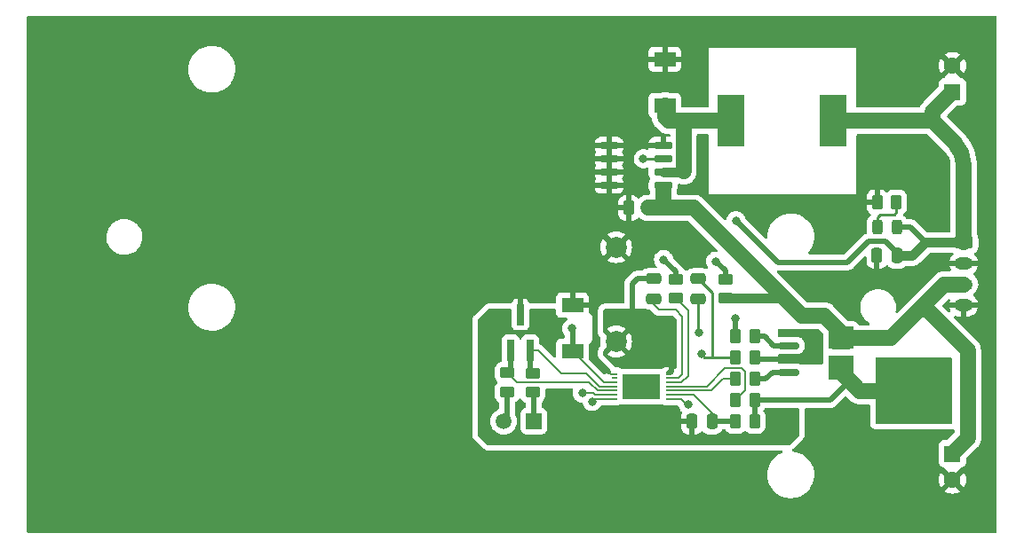
<source format=gbr>
G04 #@! TF.GenerationSoftware,KiCad,Pcbnew,(6.0.0)*
G04 #@! TF.CreationDate,2022-01-14T11:59:59-08:00*
G04 #@! TF.ProjectId,5V Buck Converter,35562042-7563-46b2-9043-6f6e76657274,rev?*
G04 #@! TF.SameCoordinates,Original*
G04 #@! TF.FileFunction,Copper,L1,Top*
G04 #@! TF.FilePolarity,Positive*
%FSLAX46Y46*%
G04 Gerber Fmt 4.6, Leading zero omitted, Abs format (unit mm)*
G04 Created by KiCad (PCBNEW (6.0.0)) date 2022-01-14 11:59:59*
%MOMM*%
%LPD*%
G01*
G04 APERTURE LIST*
G04 Aperture macros list*
%AMRoundRect*
0 Rectangle with rounded corners*
0 $1 Rounding radius*
0 $2 $3 $4 $5 $6 $7 $8 $9 X,Y pos of 4 corners*
0 Add a 4 corners polygon primitive as box body*
4,1,4,$2,$3,$4,$5,$6,$7,$8,$9,$2,$3,0*
0 Add four circle primitives for the rounded corners*
1,1,$1+$1,$2,$3*
1,1,$1+$1,$4,$5*
1,1,$1+$1,$6,$7*
1,1,$1+$1,$8,$9*
0 Add four rect primitives between the rounded corners*
20,1,$1+$1,$2,$3,$4,$5,0*
20,1,$1+$1,$4,$5,$6,$7,0*
20,1,$1+$1,$6,$7,$8,$9,0*
20,1,$1+$1,$8,$9,$2,$3,0*%
G04 Aperture macros list end*
G04 #@! TA.AperFunction,ComponentPad*
%ADD10RoundRect,0.250000X-0.625000X0.350000X-0.625000X-0.350000X0.625000X-0.350000X0.625000X0.350000X0*%
G04 #@! TD*
G04 #@! TA.AperFunction,ComponentPad*
%ADD11O,1.750000X1.200000*%
G04 #@! TD*
G04 #@! TA.AperFunction,SMDPad,CuDef*
%ADD12RoundRect,0.250000X0.250000X0.475000X-0.250000X0.475000X-0.250000X-0.475000X0.250000X-0.475000X0*%
G04 #@! TD*
G04 #@! TA.AperFunction,SMDPad,CuDef*
%ADD13R,2.100000X1.400000*%
G04 #@! TD*
G04 #@! TA.AperFunction,SMDPad,CuDef*
%ADD14RoundRect,0.243750X-0.243750X-0.456250X0.243750X-0.456250X0.243750X0.456250X-0.243750X0.456250X0*%
G04 #@! TD*
G04 #@! TA.AperFunction,SMDPad,CuDef*
%ADD15R,2.500000X5.000000*%
G04 #@! TD*
G04 #@! TA.AperFunction,SMDPad,CuDef*
%ADD16RoundRect,0.250000X0.262500X0.450000X-0.262500X0.450000X-0.262500X-0.450000X0.262500X-0.450000X0*%
G04 #@! TD*
G04 #@! TA.AperFunction,SMDPad,CuDef*
%ADD17RoundRect,0.150000X0.725000X0.150000X-0.725000X0.150000X-0.725000X-0.150000X0.725000X-0.150000X0*%
G04 #@! TD*
G04 #@! TA.AperFunction,ComponentPad*
%ADD18R,1.600000X1.600000*%
G04 #@! TD*
G04 #@! TA.AperFunction,ComponentPad*
%ADD19C,1.600000*%
G04 #@! TD*
G04 #@! TA.AperFunction,SMDPad,CuDef*
%ADD20RoundRect,0.150000X-0.825000X-0.150000X0.825000X-0.150000X0.825000X0.150000X-0.825000X0.150000X0*%
G04 #@! TD*
G04 #@! TA.AperFunction,SMDPad,CuDef*
%ADD21RoundRect,0.250000X0.475000X-0.250000X0.475000X0.250000X-0.475000X0.250000X-0.475000X-0.250000X0*%
G04 #@! TD*
G04 #@! TA.AperFunction,SMDPad,CuDef*
%ADD22RoundRect,0.250000X-0.450000X0.262500X-0.450000X-0.262500X0.450000X-0.262500X0.450000X0.262500X0*%
G04 #@! TD*
G04 #@! TA.AperFunction,SMDPad,CuDef*
%ADD23R,1.500000X1.500000*%
G04 #@! TD*
G04 #@! TA.AperFunction,SMDPad,CuDef*
%ADD24R,0.650000X2.000000*%
G04 #@! TD*
G04 #@! TA.AperFunction,SMDPad,CuDef*
%ADD25R,0.553999X0.204000*%
G04 #@! TD*
G04 #@! TA.AperFunction,SMDPad,CuDef*
%ADD26R,3.606800X2.387600*%
G04 #@! TD*
G04 #@! TA.AperFunction,SMDPad,CuDef*
%ADD27C,1.500000*%
G04 #@! TD*
G04 #@! TA.AperFunction,ComponentPad*
%ADD28C,2.000000*%
G04 #@! TD*
G04 #@! TA.AperFunction,SMDPad,CuDef*
%ADD29RoundRect,0.250000X0.450000X-0.262500X0.450000X0.262500X-0.450000X0.262500X-0.450000X-0.262500X0*%
G04 #@! TD*
G04 #@! TA.AperFunction,ViaPad*
%ADD30C,0.800000*%
G04 #@! TD*
G04 #@! TA.AperFunction,Conductor*
%ADD31C,0.152400*%
G04 #@! TD*
G04 #@! TA.AperFunction,Conductor*
%ADD32C,0.500000*%
G04 #@! TD*
G04 #@! TA.AperFunction,Conductor*
%ADD33C,0.250000*%
G04 #@! TD*
G04 #@! TA.AperFunction,Conductor*
%ADD34C,0.897604*%
G04 #@! TD*
G04 #@! TA.AperFunction,Conductor*
%ADD35C,1.500000*%
G04 #@! TD*
G04 APERTURE END LIST*
D10*
X104927400Y-66598800D03*
D11*
X104927400Y-68598800D03*
X104927400Y-70598800D03*
X104927400Y-72598800D03*
D12*
X98549500Y-67868800D03*
X96649500Y-67868800D03*
D13*
X76428600Y-53508000D03*
X76428600Y-49108000D03*
D14*
X96662000Y-65138300D03*
X98537000Y-65138300D03*
D15*
X82704600Y-54965600D03*
X92504600Y-54965600D03*
D16*
X98499300Y-62738000D03*
X96674300Y-62738000D03*
D17*
X76260400Y-61137800D03*
X76260400Y-59867800D03*
X76260400Y-58597800D03*
X76260400Y-57327800D03*
X71110400Y-57327800D03*
X71110400Y-58597800D03*
X71110400Y-59867800D03*
X71110400Y-61137800D03*
D12*
X74889400Y-63296800D03*
X72989400Y-63296800D03*
D18*
X103835200Y-86766400D03*
D19*
X103835200Y-89266400D03*
D18*
X103835200Y-52222400D03*
D19*
X103835200Y-49722400D03*
D12*
X80909200Y-83707000D03*
X79009200Y-83707000D03*
D20*
X88253800Y-75158600D03*
X88253800Y-76428600D03*
X88253800Y-77698600D03*
X88253800Y-78968600D03*
X93203800Y-78968600D03*
X93203800Y-77698600D03*
X93203800Y-76428600D03*
X93203800Y-75158600D03*
D21*
X79603600Y-71968400D03*
X79603600Y-70068400D03*
D16*
X84986500Y-77571600D03*
X83161500Y-77571600D03*
D22*
X63830200Y-79072100D03*
X63830200Y-80897100D03*
D23*
X63957200Y-83642200D03*
D24*
X61711800Y-76894000D03*
X63611800Y-76894000D03*
X62661800Y-73474000D03*
D13*
X67614800Y-76977600D03*
X67614800Y-72577600D03*
D25*
X76769100Y-81540200D03*
X76769100Y-81140201D03*
X76769100Y-80740199D03*
X76769100Y-80340200D03*
X76769100Y-79940201D03*
X76769100Y-79540199D03*
X76769100Y-79140200D03*
X71617700Y-79140200D03*
X71617700Y-79540199D03*
X71617700Y-79940201D03*
X71617700Y-80340200D03*
X71617700Y-80740199D03*
X71617700Y-81140201D03*
X71617700Y-81540200D03*
D26*
X74193400Y-80340200D03*
D27*
X61061600Y-83667600D03*
D22*
X61391800Y-79046700D03*
X61391800Y-80871700D03*
D16*
X84986500Y-79603600D03*
X83161500Y-79603600D03*
D28*
X71780400Y-76051800D03*
X71780400Y-67051800D03*
D16*
X84991500Y-83667600D03*
X83166500Y-83667600D03*
X84986500Y-75539600D03*
X83161500Y-75539600D03*
X84986500Y-81635600D03*
X83161500Y-81635600D03*
D22*
X77470000Y-70105900D03*
X77470000Y-71930900D03*
D29*
X82194400Y-71930900D03*
X82194400Y-70105900D03*
D21*
X75336400Y-71968400D03*
X75336400Y-70068400D03*
D30*
X75012800Y-77234800D03*
X75012800Y-75234800D03*
X22653000Y-46990000D03*
X27653000Y-46990000D03*
X32653000Y-46990000D03*
X37653000Y-46990000D03*
X42653000Y-46990000D03*
X47653000Y-46990000D03*
X52653000Y-46990000D03*
X57653000Y-46990000D03*
X62653000Y-46990000D03*
X67653000Y-46990000D03*
X72653000Y-46990000D03*
X77653000Y-46990000D03*
X82653000Y-46990000D03*
X87653000Y-46990000D03*
X92653000Y-46990000D03*
X97653000Y-46990000D03*
X102653000Y-46990000D03*
X20153000Y-51990000D03*
X25153000Y-51990000D03*
X30153000Y-51990000D03*
X35153000Y-51990000D03*
X40153000Y-51990000D03*
X45153000Y-51990000D03*
X50153000Y-51990000D03*
X55153000Y-51990000D03*
X60153000Y-51990000D03*
X65153000Y-51990000D03*
X70153000Y-51990000D03*
X100153000Y-51990000D03*
X27653000Y-56990000D03*
X32653000Y-56990000D03*
X37653000Y-56990000D03*
X42653000Y-56990000D03*
X47653000Y-56990000D03*
X52653000Y-56990000D03*
X57653000Y-56990000D03*
X62653000Y-56990000D03*
X30153000Y-61990000D03*
X35153000Y-61990000D03*
X40153000Y-61990000D03*
X45153000Y-61990000D03*
X50153000Y-61990000D03*
X55153000Y-61990000D03*
X60153000Y-61990000D03*
X27653000Y-66990000D03*
X32653000Y-66990000D03*
X37653000Y-66990000D03*
X42653000Y-66990000D03*
X47653000Y-66990000D03*
X52653000Y-66990000D03*
X57653000Y-66990000D03*
X62653000Y-66990000D03*
X40153000Y-71990000D03*
X45153000Y-71990000D03*
X50153000Y-71990000D03*
X55153000Y-71990000D03*
X60153000Y-71990000D03*
X27653000Y-76990000D03*
X32653000Y-76990000D03*
X37653000Y-76990000D03*
X42653000Y-76990000D03*
X47653000Y-76990000D03*
X52653000Y-76990000D03*
X57653000Y-76990000D03*
X30153000Y-81990000D03*
X35153000Y-81990000D03*
X40153000Y-81990000D03*
X45153000Y-81990000D03*
X50153000Y-81990000D03*
X55153000Y-81990000D03*
X17653000Y-86990000D03*
X22653000Y-86990000D03*
X27653000Y-86990000D03*
X32653000Y-86990000D03*
X37653000Y-86990000D03*
X42653000Y-86990000D03*
X47653000Y-86990000D03*
X52653000Y-86990000D03*
X57653000Y-86990000D03*
X62653000Y-86990000D03*
X67653000Y-86990000D03*
X72653000Y-86990000D03*
X77653000Y-86990000D03*
X82653000Y-86990000D03*
X92653000Y-86990000D03*
X97653000Y-86990000D03*
X20153000Y-91990000D03*
X25153000Y-91990000D03*
X30153000Y-91990000D03*
X35153000Y-91990000D03*
X40153000Y-91990000D03*
X45153000Y-91990000D03*
X50153000Y-91990000D03*
X55153000Y-91990000D03*
X60153000Y-91990000D03*
X65153000Y-91990000D03*
X70153000Y-91990000D03*
X75153000Y-91990000D03*
X80153000Y-91990000D03*
X85153000Y-91990000D03*
X90153000Y-91990000D03*
X95153000Y-91990000D03*
X100153000Y-91990000D03*
X105153000Y-91990000D03*
X79603600Y-48488600D03*
X95732600Y-52755800D03*
X82326600Y-63093600D03*
X87326600Y-63093600D03*
X65153000Y-61990000D03*
X67653000Y-66990000D03*
X77978000Y-67056000D03*
X70153000Y-71990000D03*
X65153000Y-71990000D03*
X80010000Y-60731400D03*
X80010000Y-57175400D03*
X95758000Y-49250600D03*
X79603600Y-52044600D03*
X70993000Y-63347600D03*
X17653000Y-46990000D03*
X67653000Y-56990000D03*
X96647000Y-69723000D03*
X83210400Y-64516000D03*
X74371200Y-58597800D03*
X76301600Y-68224400D03*
X67564000Y-74803000D03*
X81270000Y-68390000D03*
X103314500Y-78105000D03*
X96964500Y-83502500D03*
X100126800Y-80772000D03*
X97028000Y-78105000D03*
X103378000Y-83439000D03*
X77636400Y-85445600D03*
X82636400Y-85445600D03*
X72636400Y-85445600D03*
X87636400Y-85445600D03*
X59131200Y-77012800D03*
X60147200Y-73507600D03*
X77012800Y-75234800D03*
X67636400Y-85445600D03*
X59131200Y-81991200D03*
X62636400Y-85445600D03*
X65176400Y-73507600D03*
X79650000Y-75190000D03*
X69495294Y-81779444D03*
X79908400Y-77266800D03*
X68554600Y-80975200D03*
X78638400Y-82067400D03*
X83159600Y-73812400D03*
D31*
X71266200Y-79140200D02*
X71617700Y-79140200D01*
D32*
X71069200Y-78943200D02*
X69799200Y-77673200D01*
D31*
X71069200Y-78943200D02*
X71266200Y-79140200D01*
D32*
X69799200Y-77673200D02*
X69799200Y-72343800D01*
X69799200Y-72343800D02*
X70153000Y-71990000D01*
X99834700Y-65138300D02*
X101295200Y-66598800D01*
D33*
X74371200Y-58597800D02*
X76260400Y-58597800D01*
D32*
X87196270Y-68478400D02*
X93827600Y-68478400D01*
D34*
X101295200Y-66598800D02*
X104927400Y-66598800D01*
D35*
X101930200Y-54991000D02*
X101930200Y-54127400D01*
D32*
X83210400Y-64516000D02*
X86599911Y-67905511D01*
X86623381Y-67905511D02*
X87196270Y-68478400D01*
X97434400Y-66497200D02*
X98549500Y-67612300D01*
D34*
X98549500Y-67868800D02*
X100025200Y-67868800D01*
D35*
X104927400Y-59230841D02*
X104927400Y-66598800D01*
D34*
X100025200Y-67868800D02*
X101295200Y-66598800D01*
D35*
X101930200Y-54127400D02*
X103835200Y-52222400D01*
D32*
X95808800Y-66497200D02*
X97434400Y-66497200D01*
X93827600Y-68478400D02*
X95808800Y-66497200D01*
D35*
X101930200Y-54991000D02*
X104048721Y-57109521D01*
D32*
X98537000Y-65138300D02*
X99834700Y-65138300D01*
D35*
X92530000Y-54991000D02*
X101930200Y-54991000D01*
D32*
X86599911Y-67905511D02*
X86623381Y-67905511D01*
D35*
X92504600Y-54965600D02*
X92530000Y-54991000D01*
D32*
X98549500Y-67612300D02*
X98549500Y-67868800D01*
D35*
X104048721Y-57109521D02*
G75*
G02*
X104927400Y-59230841I-2121319J-2121319D01*
G01*
D32*
X89662000Y-73660000D02*
X91705200Y-73660000D01*
D35*
X76301600Y-63296800D02*
X79197200Y-63296800D01*
X93203800Y-75158600D02*
X93788000Y-75742800D01*
X79197200Y-63296800D02*
X89458800Y-73558400D01*
D32*
X87932900Y-71930900D02*
X89662000Y-73660000D01*
D34*
X82194400Y-71930900D02*
X87932900Y-71930900D01*
D35*
X97942400Y-75742800D02*
X100685600Y-72999600D01*
X105308400Y-85293200D02*
X103835200Y-86766400D01*
D32*
X91705200Y-73660000D02*
X93203800Y-75158600D01*
D35*
X100685600Y-72999600D02*
X101447600Y-72999600D01*
X76301600Y-63296800D02*
X74889400Y-63296800D01*
X101447600Y-72999600D02*
X105308400Y-76860400D01*
X76301600Y-61544200D02*
X76301600Y-63296800D01*
X103086400Y-70598800D02*
X104927400Y-70598800D01*
X105308400Y-76860400D02*
X105308400Y-85293200D01*
X89458800Y-73558400D02*
X91603600Y-73558400D01*
X91603600Y-73558400D02*
X93203800Y-75158600D01*
X100685600Y-72999600D02*
X103086400Y-70598800D01*
X93788000Y-75742800D02*
X97942400Y-75742800D01*
D32*
X77470000Y-69392800D02*
X76301600Y-68224400D01*
X77470000Y-70105900D02*
X77470000Y-69392800D01*
X67614800Y-74853800D02*
X67614800Y-76977600D01*
X82194400Y-69314400D02*
X82194400Y-70105900D01*
D31*
X67630400Y-76977600D02*
X67614800Y-76977600D01*
X70593001Y-79940201D02*
X67630400Y-76977600D01*
X71617700Y-79940201D02*
X70593001Y-79940201D01*
D32*
X67564000Y-74803000D02*
X67614800Y-74853800D01*
X81270000Y-68390000D02*
X82194400Y-69314400D01*
D35*
X76784200Y-54991000D02*
X76428600Y-54635400D01*
X82679200Y-54991000D02*
X78232000Y-54991000D01*
X76428600Y-54635400D02*
X76428600Y-53508000D01*
X78206600Y-55016400D02*
X78206600Y-59791600D01*
X82704600Y-54965600D02*
X82679200Y-54991000D01*
D34*
X76260400Y-59867800D02*
X78130400Y-59867800D01*
D35*
X78232000Y-54991000D02*
X78206600Y-55016400D01*
D34*
X78130400Y-59867800D02*
X78206600Y-59791600D01*
D35*
X78232000Y-54991000D02*
X76784200Y-54991000D01*
D32*
X84986500Y-81635600D02*
X84986500Y-83662600D01*
X92202000Y-81635600D02*
X94036400Y-79801200D01*
D35*
X93203800Y-78968600D02*
X94036400Y-79801200D01*
D32*
X84986500Y-81635600D02*
X92202000Y-81635600D01*
X84986500Y-83662600D02*
X84991500Y-83667600D01*
D35*
X94036400Y-79801200D02*
X95007200Y-80772000D01*
X95007200Y-80772000D02*
X100163000Y-80772000D01*
D32*
X75336400Y-70068400D02*
X73797200Y-70068400D01*
X77012800Y-78943200D02*
X76967312Y-78988688D01*
X76967312Y-78988688D02*
X76769100Y-78988688D01*
X73304400Y-73560300D02*
X73304400Y-70561200D01*
X77012800Y-75234800D02*
X77012800Y-78943200D01*
X73797200Y-70068400D02*
X73304400Y-70561200D01*
X83166500Y-83667600D02*
X80948600Y-83667600D01*
D31*
X79149402Y-81140201D02*
X80909200Y-82899999D01*
X76769100Y-81140201D02*
X79149402Y-81140201D01*
D32*
X80948600Y-83667600D02*
X80909200Y-83707000D01*
D31*
X80909200Y-82899999D02*
X80909200Y-83707000D01*
D33*
X79603600Y-71968400D02*
X79603600Y-75143600D01*
D31*
X71617700Y-81540200D02*
X69734538Y-81540200D01*
X79603600Y-75143600D02*
X79650000Y-75190000D01*
X69734538Y-81540200D02*
X69495294Y-81779444D01*
D33*
X80213200Y-77571600D02*
X83161500Y-77571600D01*
X80909089Y-77571600D02*
X83161500Y-77571600D01*
D31*
X71617700Y-81140201D02*
X69770201Y-81140201D01*
X69605200Y-80975200D02*
X68554600Y-80975200D01*
D33*
X80909089Y-71373889D02*
X80909089Y-77571600D01*
D31*
X69770201Y-81140201D02*
X69605200Y-80975200D01*
D33*
X79603600Y-70068400D02*
X80909089Y-71373889D01*
X79908400Y-77266800D02*
X80213200Y-77571600D01*
D31*
X75336400Y-72491600D02*
X75844400Y-72999600D01*
X77444600Y-72999600D02*
X78105000Y-73660000D01*
X75336400Y-71968400D02*
X75336400Y-72491600D01*
X75844400Y-72999600D02*
X77444600Y-72999600D01*
X78105000Y-79146400D02*
X77711201Y-79540199D01*
X78105000Y-73660000D02*
X78105000Y-79146400D01*
X77711201Y-79540199D02*
X76769100Y-79540199D01*
D33*
X96662000Y-65138300D02*
X96662000Y-64221600D01*
X96977200Y-63906400D02*
X98272600Y-63906400D01*
X98272600Y-63906400D02*
X98499300Y-63679700D01*
X96662000Y-64221600D02*
X96977200Y-63906400D01*
X98499300Y-63679700D02*
X98499300Y-62738000D01*
D31*
X78638400Y-73099300D02*
X77470000Y-71930900D01*
X78022399Y-79940201D02*
X78638400Y-79324200D01*
X76769100Y-79940201D02*
X78022399Y-79940201D01*
X78638400Y-79324200D02*
X78638400Y-73099300D01*
X76769100Y-80340200D02*
X80416400Y-80340200D01*
X84074000Y-78892400D02*
X84074000Y-80723100D01*
X80416400Y-80340200D02*
X82169000Y-78587600D01*
X84074000Y-80723100D02*
X83161500Y-81635600D01*
X83769200Y-78587600D02*
X84074000Y-78892400D01*
X82169000Y-78587600D02*
X83769200Y-78587600D01*
D32*
X84986500Y-79603600D02*
X86055200Y-79603600D01*
X86055200Y-79603600D02*
X86690200Y-78968600D01*
X86690200Y-78968600D02*
X88253800Y-78968600D01*
D31*
X81991200Y-79603600D02*
X80854601Y-80740199D01*
X80854601Y-80740199D02*
X76769100Y-80740199D01*
X83161500Y-79603600D02*
X81991200Y-79603600D01*
D32*
X84986500Y-75539600D02*
X85902800Y-75539600D01*
X86791800Y-76428600D02*
X88253800Y-76428600D01*
X85902800Y-75539600D02*
X86791800Y-76428600D01*
X83161500Y-75539600D02*
X83161500Y-73814300D01*
D31*
X83161500Y-73814300D02*
X83159600Y-73812400D01*
X77997200Y-81540200D02*
X76769100Y-81540200D01*
X78524400Y-82067400D02*
X77997200Y-81540200D01*
X78638400Y-82067400D02*
X78524400Y-82067400D01*
X69990199Y-80740199D02*
X71617700Y-80740199D01*
X61391800Y-79046700D02*
X62304300Y-79959200D01*
X69209200Y-79959200D02*
X69990199Y-80740199D01*
D32*
X61711800Y-76894000D02*
X61711800Y-78726700D01*
D31*
X62304300Y-79959200D02*
X69209200Y-79959200D01*
D32*
X61711800Y-78726700D02*
X61391800Y-79046700D01*
X61391800Y-80871700D02*
X61391800Y-83337400D01*
X61391800Y-83337400D02*
X61061600Y-83667600D01*
D31*
X70220690Y-80340200D02*
X68940490Y-79060000D01*
X66520000Y-79060000D02*
X64354000Y-76894000D01*
D32*
X63601600Y-78843500D02*
X63601600Y-76904200D01*
X63830200Y-79072100D02*
X63601600Y-78843500D01*
D31*
X64354000Y-76894000D02*
X63611800Y-76894000D01*
X71617700Y-80340200D02*
X70220690Y-80340200D01*
X68940490Y-79060000D02*
X66520000Y-79060000D01*
D32*
X63601600Y-76904200D02*
X63611800Y-76894000D01*
X63957200Y-83642200D02*
X63957200Y-81024100D01*
X63957200Y-81024100D02*
X63830200Y-80897100D01*
X88253800Y-77698600D02*
X85113500Y-77698600D01*
X85113500Y-77698600D02*
X84986500Y-77571600D01*
G04 #@! TA.AperFunction,Conductor*
G36*
X94379321Y-77388402D02*
G01*
X94425814Y-77442058D01*
X94437200Y-77494400D01*
X94437200Y-79579200D01*
X94417198Y-79647321D01*
X94363542Y-79693814D01*
X94311200Y-79705200D01*
X92124800Y-79705200D01*
X92056679Y-79685198D01*
X92010186Y-79631542D01*
X91998800Y-79579200D01*
X91998800Y-77494400D01*
X92018802Y-77426279D01*
X92072458Y-77379786D01*
X92124800Y-77368400D01*
X94311200Y-77368400D01*
X94379321Y-77388402D01*
G37*
G04 #@! TD.AperFunction*
G04 #@! TA.AperFunction,Conductor*
G36*
X108019121Y-44978002D02*
G01*
X108065614Y-45031658D01*
X108077000Y-45084000D01*
X108077000Y-94235000D01*
X108056998Y-94303121D01*
X108003342Y-94349614D01*
X107951000Y-94361000D01*
X15747000Y-94361000D01*
X15678879Y-94340998D01*
X15632386Y-94287342D01*
X15621000Y-94235000D01*
X15621000Y-84901410D01*
X58064400Y-84901410D01*
X58067310Y-84955704D01*
X58070189Y-84982487D01*
X58078890Y-85036183D01*
X58129421Y-85171657D01*
X58163447Y-85233969D01*
X58166142Y-85237569D01*
X58247398Y-85346113D01*
X58247402Y-85346117D01*
X58250095Y-85349715D01*
X59176285Y-86275905D01*
X59216728Y-86312235D01*
X59237702Y-86329138D01*
X59239076Y-86330129D01*
X59239092Y-86330141D01*
X59259292Y-86344707D01*
X59281824Y-86360955D01*
X59287450Y-86363525D01*
X59287453Y-86363526D01*
X59356445Y-86395033D01*
X59413350Y-86421021D01*
X59437104Y-86427996D01*
X59477148Y-86439754D01*
X59477152Y-86439755D01*
X59481471Y-86441023D01*
X59485919Y-86441663D01*
X59485926Y-86441664D01*
X59620142Y-86460961D01*
X59620149Y-86460962D01*
X59624590Y-86461600D01*
X87529391Y-86461600D01*
X87597512Y-86481602D01*
X87644005Y-86535258D01*
X87654109Y-86605532D01*
X87624615Y-86670112D01*
X87573128Y-86704900D01*
X87573351Y-86705431D01*
X87570681Y-86706553D01*
X87570412Y-86706735D01*
X87565547Y-86708410D01*
X87561804Y-86710284D01*
X87561800Y-86710286D01*
X87387179Y-86797730D01*
X87300244Y-86841264D01*
X87054842Y-87008039D01*
X86833654Y-87205804D01*
X86640564Y-87431086D01*
X86638290Y-87434588D01*
X86638289Y-87434589D01*
X86519226Y-87617931D01*
X86478965Y-87679927D01*
X86351696Y-87947954D01*
X86350417Y-87951937D01*
X86350416Y-87951940D01*
X86273074Y-88192834D01*
X86260994Y-88230458D01*
X86260253Y-88234577D01*
X86225174Y-88429541D01*
X86208452Y-88522477D01*
X86208263Y-88526644D01*
X86208262Y-88526651D01*
X86195181Y-88814710D01*
X86194992Y-88818880D01*
X86195355Y-88823028D01*
X86195355Y-88823032D01*
X86220487Y-89110293D01*
X86220488Y-89110301D01*
X86220852Y-89114459D01*
X86285577Y-89404021D01*
X86287019Y-89407941D01*
X86287021Y-89407947D01*
X86371819Y-89638422D01*
X86388029Y-89682480D01*
X86389980Y-89686180D01*
X86389982Y-89686185D01*
X86408050Y-89720453D01*
X86526410Y-89944942D01*
X86698288Y-90186797D01*
X86900642Y-90403796D01*
X87129918Y-90592125D01*
X87382088Y-90748477D01*
X87652722Y-90870105D01*
X87825390Y-90921580D01*
X87933065Y-90953679D01*
X87933067Y-90953679D01*
X87937064Y-90954871D01*
X87941184Y-90955524D01*
X87941186Y-90955524D01*
X88060106Y-90974359D01*
X88230119Y-91001286D01*
X88275146Y-91003331D01*
X88321497Y-91005436D01*
X88321516Y-91005436D01*
X88322916Y-91005500D01*
X88508264Y-91005500D01*
X88729056Y-90990835D01*
X89019910Y-90932188D01*
X89300453Y-90835590D01*
X89304196Y-90833716D01*
X89304200Y-90833714D01*
X89562012Y-90704611D01*
X89562014Y-90704610D01*
X89565756Y-90702736D01*
X89811158Y-90535961D01*
X90016390Y-90352462D01*
X103113693Y-90352462D01*
X103122989Y-90364477D01*
X103174194Y-90400331D01*
X103183689Y-90405814D01*
X103381147Y-90497890D01*
X103391439Y-90501636D01*
X103601888Y-90558025D01*
X103612681Y-90559928D01*
X103829725Y-90578917D01*
X103840675Y-90578917D01*
X104057719Y-90559928D01*
X104068512Y-90558025D01*
X104278961Y-90501636D01*
X104289253Y-90497890D01*
X104486711Y-90405814D01*
X104496206Y-90400331D01*
X104548248Y-90363891D01*
X104556624Y-90353412D01*
X104549556Y-90339966D01*
X103848012Y-89638422D01*
X103834068Y-89630808D01*
X103832235Y-89630939D01*
X103825620Y-89635190D01*
X103120123Y-90340687D01*
X103113693Y-90352462D01*
X90016390Y-90352462D01*
X90032346Y-90338196D01*
X90225436Y-90112914D01*
X90227711Y-90109411D01*
X90384763Y-89867572D01*
X90384765Y-89867569D01*
X90387035Y-89864073D01*
X90514304Y-89596046D01*
X90515584Y-89592060D01*
X90603726Y-89317530D01*
X90603727Y-89317524D01*
X90605006Y-89313542D01*
X90612503Y-89271875D01*
X102522683Y-89271875D01*
X102541672Y-89488919D01*
X102543575Y-89499712D01*
X102599964Y-89710161D01*
X102603710Y-89720453D01*
X102695786Y-89917911D01*
X102701269Y-89927406D01*
X102737709Y-89979448D01*
X102748188Y-89987824D01*
X102761634Y-89980756D01*
X103463178Y-89279212D01*
X103469556Y-89267532D01*
X104199608Y-89267532D01*
X104199739Y-89269365D01*
X104203990Y-89275980D01*
X104909487Y-89981477D01*
X104921262Y-89987907D01*
X104933277Y-89978611D01*
X104969131Y-89927406D01*
X104974614Y-89917911D01*
X105066690Y-89720453D01*
X105070436Y-89710161D01*
X105126825Y-89499712D01*
X105128728Y-89488919D01*
X105147717Y-89271875D01*
X105147717Y-89260925D01*
X105128728Y-89043881D01*
X105126825Y-89033088D01*
X105070436Y-88822639D01*
X105066690Y-88812347D01*
X104974614Y-88614889D01*
X104969131Y-88605394D01*
X104932691Y-88553352D01*
X104922212Y-88544976D01*
X104908766Y-88552044D01*
X104207222Y-89253588D01*
X104199608Y-89267532D01*
X103469556Y-89267532D01*
X103470792Y-89265268D01*
X103470661Y-89263435D01*
X103466410Y-89256820D01*
X102760913Y-88551323D01*
X102749138Y-88544893D01*
X102737123Y-88554189D01*
X102701269Y-88605394D01*
X102695786Y-88614889D01*
X102603710Y-88812347D01*
X102599964Y-88822639D01*
X102543575Y-89033088D01*
X102541672Y-89043881D01*
X102522683Y-89260925D01*
X102522683Y-89271875D01*
X90612503Y-89271875D01*
X90640091Y-89118548D01*
X90656809Y-89025632D01*
X90656810Y-89025627D01*
X90657548Y-89021523D01*
X90666751Y-88818880D01*
X90670819Y-88729290D01*
X90670819Y-88729285D01*
X90671008Y-88725120D01*
X90661364Y-88614889D01*
X90645513Y-88433707D01*
X90645512Y-88433699D01*
X90645148Y-88429541D01*
X90583701Y-88154645D01*
X90581336Y-88144063D01*
X90581336Y-88144061D01*
X90580423Y-88139979D01*
X90565182Y-88098553D01*
X90479418Y-87865452D01*
X90479416Y-87865448D01*
X90477971Y-87861520D01*
X90456234Y-87820291D01*
X90341543Y-87602762D01*
X90341542Y-87602761D01*
X90339590Y-87599058D01*
X90167712Y-87357203D01*
X89965358Y-87140204D01*
X89736082Y-86951875D01*
X89483912Y-86795523D01*
X89213278Y-86673895D01*
X88983959Y-86605532D01*
X88932935Y-86590321D01*
X88932933Y-86590321D01*
X88928936Y-86589129D01*
X88649259Y-86544833D01*
X88585105Y-86514421D01*
X88547578Y-86454153D01*
X88548592Y-86383163D01*
X88593459Y-86319517D01*
X88648104Y-86278609D01*
X88648111Y-86278603D01*
X88651715Y-86275905D01*
X89577905Y-85349715D01*
X89614235Y-85309272D01*
X89631138Y-85288298D01*
X89632129Y-85286924D01*
X89632141Y-85286908D01*
X89646707Y-85266708D01*
X89662955Y-85244176D01*
X89665973Y-85237569D01*
X89721152Y-85116742D01*
X89723021Y-85112650D01*
X89743023Y-85044529D01*
X89751705Y-84984145D01*
X89762961Y-84905858D01*
X89762962Y-84905851D01*
X89763600Y-84901410D01*
X89763600Y-82520100D01*
X89783602Y-82451979D01*
X89837258Y-82405486D01*
X89889600Y-82394100D01*
X92134930Y-82394100D01*
X92153880Y-82395533D01*
X92168115Y-82397699D01*
X92168119Y-82397699D01*
X92175349Y-82398799D01*
X92182641Y-82398206D01*
X92182644Y-82398206D01*
X92228018Y-82394515D01*
X92238233Y-82394100D01*
X92246293Y-82394100D01*
X92259583Y-82392551D01*
X92274507Y-82390811D01*
X92278882Y-82390378D01*
X92344339Y-82385054D01*
X92344342Y-82385053D01*
X92351637Y-82384460D01*
X92358601Y-82382204D01*
X92364560Y-82381013D01*
X92370415Y-82379629D01*
X92377681Y-82378782D01*
X92446327Y-82353865D01*
X92450455Y-82352448D01*
X92512936Y-82332207D01*
X92512938Y-82332206D01*
X92519899Y-82329951D01*
X92526154Y-82326155D01*
X92531628Y-82323649D01*
X92537058Y-82320930D01*
X92543937Y-82318433D01*
X92604976Y-82278414D01*
X92608680Y-82276077D01*
X92671107Y-82238195D01*
X92679484Y-82230797D01*
X92679508Y-82230824D01*
X92682500Y-82228171D01*
X92685733Y-82225468D01*
X92691852Y-82221456D01*
X92745128Y-82165217D01*
X92747506Y-82162775D01*
X93593751Y-81316530D01*
X93656063Y-81282504D01*
X93726878Y-81287569D01*
X93771941Y-81316530D01*
X94052678Y-81597267D01*
X94063546Y-81609658D01*
X94077077Y-81627292D01*
X94081223Y-81631065D01*
X94081228Y-81631070D01*
X94137364Y-81682149D01*
X94141659Y-81686247D01*
X94157611Y-81702199D01*
X94159758Y-81703994D01*
X94159760Y-81703996D01*
X94177624Y-81718933D01*
X94181599Y-81722401D01*
X94239088Y-81774712D01*
X94239097Y-81774719D01*
X94243236Y-81778485D01*
X94247982Y-81781462D01*
X94247983Y-81781463D01*
X94258425Y-81788013D01*
X94272293Y-81798089D01*
X94281749Y-81805996D01*
X94281759Y-81806003D01*
X94286054Y-81809594D01*
X94358440Y-81850882D01*
X94362968Y-81853592D01*
X94428796Y-81894886D01*
X94428799Y-81894888D01*
X94433544Y-81897864D01*
X94438749Y-81899957D01*
X94438752Y-81899958D01*
X94450179Y-81904552D01*
X94465611Y-81912012D01*
X94476319Y-81918120D01*
X94476328Y-81918124D01*
X94481193Y-81920899D01*
X94486470Y-81922768D01*
X94486475Y-81922770D01*
X94559742Y-81948715D01*
X94564678Y-81950580D01*
X94641983Y-81981656D01*
X94647470Y-81982792D01*
X94647472Y-81982793D01*
X94659549Y-81985294D01*
X94676044Y-81989899D01*
X94692959Y-81995889D01*
X94698496Y-81996796D01*
X94698497Y-81996796D01*
X94775191Y-82009355D01*
X94780381Y-82010317D01*
X94857446Y-82026277D01*
X94857450Y-82026278D01*
X94861967Y-82027213D01*
X94866576Y-82027479D01*
X94866578Y-82027479D01*
X94889748Y-82028815D01*
X94902853Y-82030262D01*
X94909110Y-82031286D01*
X94909117Y-82031286D01*
X94914658Y-82032194D01*
X94920271Y-82032106D01*
X94920273Y-82032106D01*
X95021494Y-82030516D01*
X95023473Y-82030500D01*
X95860600Y-82030500D01*
X95928721Y-82050502D01*
X95975214Y-82104158D01*
X95986600Y-82156500D01*
X95986600Y-83821000D01*
X95998209Y-83928980D01*
X96009595Y-83981322D01*
X96043893Y-84084372D01*
X96122065Y-84206010D01*
X96168558Y-84259666D01*
X96277834Y-84354355D01*
X96409360Y-84414421D01*
X96433114Y-84421396D01*
X96473158Y-84433154D01*
X96473162Y-84433155D01*
X96477481Y-84434423D01*
X96481929Y-84435063D01*
X96481936Y-84435064D01*
X96616152Y-84454361D01*
X96616159Y-84454362D01*
X96620600Y-84455000D01*
X103709200Y-84455000D01*
X103817180Y-84443391D01*
X103820464Y-84442677D01*
X103820468Y-84442676D01*
X103845539Y-84437222D01*
X103869522Y-84432005D01*
X103884112Y-84427149D01*
X103955063Y-84424617D01*
X104016121Y-84460845D01*
X104047898Y-84524333D01*
X104049900Y-84546702D01*
X104049900Y-84719722D01*
X104029898Y-84787843D01*
X104012995Y-84808817D01*
X103400817Y-85420995D01*
X103338505Y-85455021D01*
X103311722Y-85457900D01*
X102987066Y-85457900D01*
X102924884Y-85464655D01*
X102788495Y-85515785D01*
X102671939Y-85603139D01*
X102584585Y-85719695D01*
X102533455Y-85856084D01*
X102526700Y-85918266D01*
X102526700Y-87614534D01*
X102533455Y-87676716D01*
X102584585Y-87813105D01*
X102671939Y-87929661D01*
X102788495Y-88017015D01*
X102924884Y-88068145D01*
X102968452Y-88072878D01*
X102983686Y-88074533D01*
X102983689Y-88074533D01*
X102987066Y-88074900D01*
X102990385Y-88074900D01*
X103057310Y-88098553D01*
X103093004Y-88144556D01*
X103094934Y-88143541D01*
X103100642Y-88154400D01*
X103100832Y-88154645D01*
X103100853Y-88154803D01*
X103120844Y-88192834D01*
X103822388Y-88894378D01*
X103836332Y-88901992D01*
X103838165Y-88901861D01*
X103844780Y-88897610D01*
X104550277Y-88192113D01*
X104573071Y-88150371D01*
X104575247Y-88140371D01*
X104625453Y-88090173D01*
X104679014Y-88074949D01*
X104679919Y-88074900D01*
X104683334Y-88074900D01*
X104686730Y-88074531D01*
X104686732Y-88074531D01*
X104699079Y-88073190D01*
X104745516Y-88068145D01*
X104881905Y-88017015D01*
X104998461Y-87929661D01*
X105085815Y-87813105D01*
X105136945Y-87676716D01*
X105143700Y-87614534D01*
X105143700Y-87289877D01*
X105163702Y-87221756D01*
X105180601Y-87200786D01*
X106133671Y-86247717D01*
X106146054Y-86236857D01*
X106159241Y-86226738D01*
X106163692Y-86223323D01*
X106167465Y-86219177D01*
X106167470Y-86219172D01*
X106218549Y-86163036D01*
X106222647Y-86158741D01*
X106238598Y-86142790D01*
X106255342Y-86122764D01*
X106258801Y-86118799D01*
X106311108Y-86061315D01*
X106311109Y-86061314D01*
X106314885Y-86057164D01*
X106324416Y-86041970D01*
X106334485Y-86028110D01*
X106345993Y-86014347D01*
X106387269Y-85941982D01*
X106389979Y-85937453D01*
X106431285Y-85871605D01*
X106434264Y-85866856D01*
X106440953Y-85850217D01*
X106448412Y-85834787D01*
X106454519Y-85824081D01*
X106454523Y-85824072D01*
X106457298Y-85819207D01*
X106485112Y-85740662D01*
X106486973Y-85735737D01*
X106515961Y-85663628D01*
X106518056Y-85658417D01*
X106521696Y-85640839D01*
X106526302Y-85624346D01*
X106532288Y-85607441D01*
X106545752Y-85525221D01*
X106546714Y-85520033D01*
X106548247Y-85512633D01*
X106563613Y-85438433D01*
X106565216Y-85410637D01*
X106566663Y-85397531D01*
X106567686Y-85391286D01*
X106567687Y-85391279D01*
X106568593Y-85385743D01*
X106566916Y-85278969D01*
X106566900Y-85276991D01*
X106566900Y-76951796D01*
X106567978Y-76935349D01*
X106569059Y-76927137D01*
X106570879Y-76913314D01*
X106567040Y-76831904D01*
X106566900Y-76825969D01*
X106566900Y-76803401D01*
X106566652Y-76800618D01*
X106566651Y-76800604D01*
X106564582Y-76777423D01*
X106564223Y-76772160D01*
X106560561Y-76694516D01*
X106560297Y-76688912D01*
X106556292Y-76671423D01*
X106553612Y-76654504D01*
X106552515Y-76642221D01*
X106552017Y-76636638D01*
X106547381Y-76619692D01*
X106530031Y-76556270D01*
X106528745Y-76551152D01*
X106511394Y-76475397D01*
X106510142Y-76469930D01*
X106503107Y-76453437D01*
X106497472Y-76437255D01*
X106494220Y-76425367D01*
X106494217Y-76425358D01*
X106492737Y-76419949D01*
X106490322Y-76414886D01*
X106490318Y-76414875D01*
X106456866Y-76344743D01*
X106454693Y-76339932D01*
X106434814Y-76293324D01*
X106422004Y-76263292D01*
X106412156Y-76248300D01*
X106403744Y-76233371D01*
X106396022Y-76217182D01*
X106347396Y-76149511D01*
X106344413Y-76145171D01*
X106301205Y-76079392D01*
X106301201Y-76079387D01*
X106298665Y-76075526D01*
X106280151Y-76054746D01*
X106271906Y-76044455D01*
X106268207Y-76039307D01*
X106268203Y-76039303D01*
X106264929Y-76034746D01*
X106188177Y-75960368D01*
X106186767Y-75958979D01*
X104032022Y-73804234D01*
X103997996Y-73741922D01*
X104003061Y-73671107D01*
X104045608Y-73614271D01*
X104112128Y-73589460D01*
X104168215Y-73598273D01*
X104330711Y-73663761D01*
X104342170Y-73667155D01*
X104539328Y-73705657D01*
X104548191Y-73706734D01*
X104550900Y-73706800D01*
X104655285Y-73706800D01*
X104670524Y-73702325D01*
X104671729Y-73700935D01*
X104673400Y-73693252D01*
X104673400Y-73688685D01*
X105181400Y-73688685D01*
X105185875Y-73703924D01*
X105187265Y-73705129D01*
X105194948Y-73706800D01*
X105252232Y-73706800D01*
X105258208Y-73706515D01*
X105406894Y-73692329D01*
X105418628Y-73690070D01*
X105609999Y-73633928D01*
X105621075Y-73629498D01*
X105798378Y-73538181D01*
X105808424Y-73531731D01*
X105965257Y-73408538D01*
X105973906Y-73400301D01*
X106104612Y-73249677D01*
X106111547Y-73239953D01*
X106211410Y-73067333D01*
X106216384Y-73056469D01*
X106281807Y-72868073D01*
X106282048Y-72867084D01*
X106280580Y-72856792D01*
X106267015Y-72852800D01*
X105199515Y-72852800D01*
X105184276Y-72857275D01*
X105183071Y-72858665D01*
X105181400Y-72866348D01*
X105181400Y-73688685D01*
X104673400Y-73688685D01*
X104673400Y-72870915D01*
X104668925Y-72855676D01*
X104667535Y-72854471D01*
X104659852Y-72852800D01*
X103591998Y-72852800D01*
X103578467Y-72856773D01*
X103577112Y-72866199D01*
X103598594Y-72955337D01*
X103602483Y-72966632D01*
X103655028Y-73082198D01*
X103665014Y-73152489D01*
X103635414Y-73217020D01*
X103575624Y-73255304D01*
X103504627Y-73255186D01*
X103451232Y-73223444D01*
X102935483Y-72707695D01*
X102901457Y-72645383D01*
X102906522Y-72574568D01*
X102935481Y-72529506D01*
X103222725Y-72242263D01*
X103417529Y-72047459D01*
X103479841Y-72013434D01*
X103550657Y-72018499D01*
X103607492Y-72061046D01*
X103632303Y-72127566D01*
X103625651Y-72177889D01*
X103572995Y-72329521D01*
X103572752Y-72330516D01*
X103574220Y-72340808D01*
X103587785Y-72344800D01*
X106262802Y-72344800D01*
X106276333Y-72340827D01*
X106277688Y-72331401D01*
X106256206Y-72242263D01*
X106252317Y-72230968D01*
X106169771Y-72049418D01*
X106163824Y-72039076D01*
X106048432Y-71876403D01*
X106040639Y-71867375D01*
X105896569Y-71729458D01*
X105887200Y-71722059D01*
X105859823Y-71704382D01*
X105813445Y-71650628D01*
X105803491Y-71580332D01*
X105833122Y-71515815D01*
X105850337Y-71499444D01*
X105965602Y-71408902D01*
X105970320Y-71405196D01*
X105974252Y-71400665D01*
X105974255Y-71400662D01*
X106105021Y-71249967D01*
X106108952Y-71245437D01*
X106111952Y-71240251D01*
X106111955Y-71240247D01*
X106211867Y-71067542D01*
X106214873Y-71062346D01*
X106284261Y-70862529D01*
X106292668Y-70804548D01*
X106313752Y-70659136D01*
X106313752Y-70659133D01*
X106314613Y-70653196D01*
X106304833Y-70441901D01*
X106255275Y-70236266D01*
X106251533Y-70228034D01*
X106185068Y-70081855D01*
X106167726Y-70043713D01*
X106045346Y-69871189D01*
X105892550Y-69724919D01*
X105887519Y-69721670D01*
X105887512Y-69721665D01*
X105859793Y-69703767D01*
X105813416Y-69650011D01*
X105803463Y-69579715D01*
X105833096Y-69515198D01*
X105850309Y-69498830D01*
X105965257Y-69408538D01*
X105973906Y-69400301D01*
X106104612Y-69249677D01*
X106111547Y-69239953D01*
X106211410Y-69067333D01*
X106216384Y-69056469D01*
X106281807Y-68868073D01*
X106282048Y-68867084D01*
X106280580Y-68856792D01*
X106267015Y-68852800D01*
X103591998Y-68852800D01*
X103578467Y-68856773D01*
X103577112Y-68866199D01*
X103598594Y-68955337D01*
X103602483Y-68966632D01*
X103685026Y-69148177D01*
X103686930Y-69151487D01*
X103687379Y-69153350D01*
X103687509Y-69153637D01*
X103687454Y-69153662D01*
X103703550Y-69220511D01*
X103680214Y-69287563D01*
X103624332Y-69331354D01*
X103577703Y-69340300D01*
X103177796Y-69340300D01*
X103161349Y-69339222D01*
X103160670Y-69339133D01*
X103139314Y-69336321D01*
X103133714Y-69336585D01*
X103133713Y-69336585D01*
X103057904Y-69340160D01*
X103051969Y-69340300D01*
X103029401Y-69340300D01*
X103026618Y-69340548D01*
X103026604Y-69340549D01*
X103003423Y-69342618D01*
X102998160Y-69342977D01*
X102968742Y-69344364D01*
X102914912Y-69346903D01*
X102897423Y-69350908D01*
X102880504Y-69353588D01*
X102876018Y-69353989D01*
X102862638Y-69355183D01*
X102857230Y-69356662D01*
X102857227Y-69356663D01*
X102782270Y-69377169D01*
X102777152Y-69378455D01*
X102701400Y-69395805D01*
X102701398Y-69395806D01*
X102695930Y-69397058D01*
X102688327Y-69400301D01*
X102679433Y-69404094D01*
X102663258Y-69409727D01*
X102657206Y-69411383D01*
X102645949Y-69414463D01*
X102640894Y-69416874D01*
X102640889Y-69416876D01*
X102570717Y-69450346D01*
X102565908Y-69452517D01*
X102494453Y-69482995D01*
X102494447Y-69482998D01*
X102489292Y-69485197D01*
X102474302Y-69495044D01*
X102459374Y-69503455D01*
X102443182Y-69511178D01*
X102438629Y-69514450D01*
X102438625Y-69514452D01*
X102375503Y-69559810D01*
X102371153Y-69562799D01*
X102357035Y-69572073D01*
X102301526Y-69608535D01*
X102280738Y-69627057D01*
X102270461Y-69635290D01*
X102260746Y-69642271D01*
X102223510Y-69680696D01*
X102186338Y-69719054D01*
X102184949Y-69720464D01*
X99875707Y-72029705D01*
X99868496Y-72035832D01*
X99868752Y-72036129D01*
X99864505Y-72039795D01*
X99859946Y-72043071D01*
X99842527Y-72061046D01*
X99785568Y-72119823D01*
X99784179Y-72121233D01*
X98639407Y-73266005D01*
X98577095Y-73300031D01*
X98506280Y-73294966D01*
X98449444Y-73252419D01*
X98424633Y-73185899D01*
X98429223Y-73142074D01*
X98434694Y-73123058D01*
X98434695Y-73123053D01*
X98436015Y-73118465D01*
X98437070Y-73110293D01*
X98468561Y-72866154D01*
X98469172Y-72861417D01*
X98465549Y-72707695D01*
X98463178Y-72607091D01*
X98463178Y-72607087D01*
X98463065Y-72602311D01*
X98438517Y-72463795D01*
X98418671Y-72351814D01*
X98418670Y-72351810D01*
X98417837Y-72347110D01*
X98405258Y-72310052D01*
X98336064Y-72106215D01*
X98334527Y-72101687D01*
X98332326Y-72097451D01*
X98332324Y-72097445D01*
X98251104Y-71941090D01*
X98215053Y-71871689D01*
X98211902Y-71867375D01*
X98064986Y-71666274D01*
X98064985Y-71666273D01*
X98062163Y-71662410D01*
X98002827Y-71602762D01*
X97882752Y-71482055D01*
X97882747Y-71482051D01*
X97879378Y-71478664D01*
X97784928Y-71408902D01*
X97674754Y-71327527D01*
X97670901Y-71324681D01*
X97666661Y-71322450D01*
X97445768Y-71206232D01*
X97445761Y-71206229D01*
X97441532Y-71204004D01*
X97437016Y-71202445D01*
X97437010Y-71202442D01*
X97266148Y-71143443D01*
X97196549Y-71119410D01*
X97078807Y-71097907D01*
X96945559Y-71073571D01*
X96945555Y-71073571D01*
X96941588Y-71072846D01*
X96858658Y-71068500D01*
X96697097Y-71068500D01*
X96694718Y-71068681D01*
X96694717Y-71068681D01*
X96509336Y-71082782D01*
X96509331Y-71082783D01*
X96504569Y-71083145D01*
X96499916Y-71084224D01*
X96499913Y-71084224D01*
X96398990Y-71107617D01*
X96252085Y-71141668D01*
X96011358Y-71237708D01*
X95787928Y-71369056D01*
X95784217Y-71372077D01*
X95784213Y-71372080D01*
X95711736Y-71431086D01*
X95586937Y-71532688D01*
X95583728Y-71536233D01*
X95583723Y-71536238D01*
X95466021Y-71666274D01*
X95413010Y-71724840D01*
X95270149Y-71941090D01*
X95268148Y-71945430D01*
X95268146Y-71945434D01*
X95194256Y-72105715D01*
X95161642Y-72176460D01*
X95160318Y-72181062D01*
X95092446Y-72416982D01*
X95089985Y-72425535D01*
X95089374Y-72430270D01*
X95089373Y-72430276D01*
X95061786Y-72644143D01*
X95056828Y-72682583D01*
X95057733Y-72720968D01*
X95062294Y-72914478D01*
X95062935Y-72941689D01*
X95063769Y-72946394D01*
X95086526Y-73074800D01*
X95108163Y-73196890D01*
X95109700Y-73201417D01*
X95109700Y-73201418D01*
X95121763Y-73236954D01*
X95191473Y-73442313D01*
X95193674Y-73446549D01*
X95193676Y-73446555D01*
X95251210Y-73557312D01*
X95310947Y-73672311D01*
X95313762Y-73676165D01*
X95313765Y-73676169D01*
X95450449Y-73863264D01*
X95463837Y-73881590D01*
X95467209Y-73884980D01*
X95467211Y-73884982D01*
X95643248Y-74061945D01*
X95643253Y-74061949D01*
X95646622Y-74065336D01*
X95855099Y-74219319D01*
X95907320Y-74246794D01*
X95958290Y-74296211D01*
X95974453Y-74365343D01*
X95950674Y-74432239D01*
X95894504Y-74475660D01*
X95848650Y-74484300D01*
X94954441Y-74484300D01*
X94886320Y-74464298D01*
X94848443Y-74426421D01*
X94809735Y-74366190D01*
X94787892Y-74340981D01*
X94766182Y-74315927D01*
X94763242Y-74312534D01*
X94653966Y-74217845D01*
X94522440Y-74157779D01*
X94498686Y-74150804D01*
X94458642Y-74139046D01*
X94458638Y-74139045D01*
X94454319Y-74137777D01*
X94449871Y-74137137D01*
X94449864Y-74137136D01*
X94315648Y-74117839D01*
X94315641Y-74117838D01*
X94311200Y-74117200D01*
X93994378Y-74117200D01*
X93926257Y-74097198D01*
X93905283Y-74080295D01*
X92558125Y-72733137D01*
X92547257Y-72720746D01*
X92537133Y-72707552D01*
X92533723Y-72703108D01*
X92473426Y-72648242D01*
X92469131Y-72644143D01*
X92453190Y-72628202D01*
X92451040Y-72626404D01*
X92433177Y-72611468D01*
X92429202Y-72608000D01*
X92371712Y-72555688D01*
X92371703Y-72555681D01*
X92367564Y-72551915D01*
X92352373Y-72542386D01*
X92338507Y-72532311D01*
X92329051Y-72524404D01*
X92329041Y-72524397D01*
X92324746Y-72520806D01*
X92252352Y-72479513D01*
X92247832Y-72476808D01*
X92182004Y-72435514D01*
X92182001Y-72435512D01*
X92177256Y-72432536D01*
X92172051Y-72430443D01*
X92172048Y-72430442D01*
X92160621Y-72425848D01*
X92145189Y-72418388D01*
X92134481Y-72412280D01*
X92134472Y-72412276D01*
X92129607Y-72409501D01*
X92124330Y-72407632D01*
X92124325Y-72407630D01*
X92051058Y-72381685D01*
X92046122Y-72379820D01*
X91974016Y-72350834D01*
X91968817Y-72348744D01*
X91963330Y-72347608D01*
X91963328Y-72347607D01*
X91951251Y-72345106D01*
X91934756Y-72340501D01*
X91917841Y-72334511D01*
X91835590Y-72321041D01*
X91830420Y-72320083D01*
X91748833Y-72303187D01*
X91744221Y-72302921D01*
X91744220Y-72302921D01*
X91721052Y-72301585D01*
X91707947Y-72300138D01*
X91701690Y-72299114D01*
X91701686Y-72299114D01*
X91696143Y-72298206D01*
X91690530Y-72298294D01*
X91690528Y-72298294D01*
X91589336Y-72299884D01*
X91587357Y-72299900D01*
X90032277Y-72299900D01*
X89964156Y-72279898D01*
X89943182Y-72262995D01*
X87132183Y-69451995D01*
X87098157Y-69389683D01*
X87103222Y-69318867D01*
X87145769Y-69262032D01*
X87212289Y-69237221D01*
X87221278Y-69236900D01*
X93760530Y-69236900D01*
X93779480Y-69238333D01*
X93793715Y-69240499D01*
X93793719Y-69240499D01*
X93800949Y-69241599D01*
X93808241Y-69241006D01*
X93808244Y-69241006D01*
X93853618Y-69237315D01*
X93863833Y-69236900D01*
X93871893Y-69236900D01*
X93885183Y-69235351D01*
X93900107Y-69233611D01*
X93904482Y-69233178D01*
X93969939Y-69227854D01*
X93969942Y-69227853D01*
X93977237Y-69227260D01*
X93984201Y-69225004D01*
X93990160Y-69223813D01*
X93996015Y-69222429D01*
X94003281Y-69221582D01*
X94071927Y-69196665D01*
X94076055Y-69195248D01*
X94138536Y-69175007D01*
X94138538Y-69175006D01*
X94145499Y-69172751D01*
X94151754Y-69168955D01*
X94157228Y-69166449D01*
X94162658Y-69163730D01*
X94169537Y-69161233D01*
X94181123Y-69153637D01*
X94230576Y-69121214D01*
X94234280Y-69118877D01*
X94296707Y-69080995D01*
X94305084Y-69073597D01*
X94305108Y-69073624D01*
X94308100Y-69070971D01*
X94311333Y-69068268D01*
X94317452Y-69064256D01*
X94370728Y-69008017D01*
X94373106Y-69005575D01*
X95426405Y-67952276D01*
X95488717Y-67918250D01*
X95559532Y-67923315D01*
X95616368Y-67965862D01*
X95641179Y-68032382D01*
X95641500Y-68041371D01*
X95641501Y-68390895D01*
X95641838Y-68397414D01*
X95651757Y-68493006D01*
X95654649Y-68506400D01*
X95706088Y-68660584D01*
X95712261Y-68673762D01*
X95797563Y-68811607D01*
X95806599Y-68823008D01*
X95921329Y-68937539D01*
X95932740Y-68946551D01*
X96070743Y-69031616D01*
X96083924Y-69037763D01*
X96238210Y-69088938D01*
X96251586Y-69091805D01*
X96345938Y-69101472D01*
X96352354Y-69101800D01*
X96377385Y-69101800D01*
X96392624Y-69097325D01*
X96393829Y-69095935D01*
X96395500Y-69088252D01*
X96395500Y-67740800D01*
X96415502Y-67672679D01*
X96469158Y-67626186D01*
X96521500Y-67614800D01*
X96777500Y-67614800D01*
X96845621Y-67634802D01*
X96892114Y-67688458D01*
X96903500Y-67740800D01*
X96903500Y-69083684D01*
X96907975Y-69098923D01*
X96909365Y-69100128D01*
X96917048Y-69101799D01*
X96946595Y-69101799D01*
X96953114Y-69101462D01*
X97048706Y-69091543D01*
X97062100Y-69088651D01*
X97216284Y-69037212D01*
X97229462Y-69031039D01*
X97367307Y-68945737D01*
X97378708Y-68936701D01*
X97493238Y-68821972D01*
X97500294Y-68813038D01*
X97558212Y-68771977D01*
X97629135Y-68768747D01*
X97690546Y-68804374D01*
X97697346Y-68812207D01*
X97701022Y-68818148D01*
X97706204Y-68823321D01*
X97719823Y-68836916D01*
X97826197Y-68943105D01*
X97832427Y-68946945D01*
X97832428Y-68946946D01*
X97969788Y-69031616D01*
X97976762Y-69035915D01*
X97984803Y-69038582D01*
X98138111Y-69089432D01*
X98138113Y-69089432D01*
X98144639Y-69091597D01*
X98151475Y-69092297D01*
X98151478Y-69092298D01*
X98194531Y-69096709D01*
X98249100Y-69102300D01*
X98849900Y-69102300D01*
X98853146Y-69101963D01*
X98853150Y-69101963D01*
X98948808Y-69092038D01*
X98948812Y-69092037D01*
X98955666Y-69091326D01*
X98962202Y-69089145D01*
X98962204Y-69089145D01*
X99095295Y-69044742D01*
X99123446Y-69035350D01*
X99273848Y-68942278D01*
X99352905Y-68863084D01*
X99415186Y-68829005D01*
X99442077Y-68826102D01*
X100009681Y-68826102D01*
X100013200Y-68826151D01*
X100089290Y-68828277D01*
X100089293Y-68828277D01*
X100095672Y-68828455D01*
X100132438Y-68821972D01*
X100152317Y-68818467D01*
X100161464Y-68817198D01*
X100195845Y-68813706D01*
X100218685Y-68811386D01*
X100224775Y-68809477D01*
X100224782Y-68809476D01*
X100244628Y-68803256D01*
X100260434Y-68799403D01*
X100280911Y-68795793D01*
X100280914Y-68795792D01*
X100287199Y-68794684D01*
X100320524Y-68781490D01*
X100340683Y-68773508D01*
X100349387Y-68770426D01*
X100404266Y-68753228D01*
X100428051Y-68740044D01*
X100442737Y-68733101D01*
X100468022Y-68723090D01*
X100516147Y-68691598D01*
X100524046Y-68686833D01*
X100574363Y-68658942D01*
X100595011Y-68641245D01*
X100608006Y-68631488D01*
X100630757Y-68616600D01*
X100635500Y-68612330D01*
X100672583Y-68575247D01*
X100679680Y-68568674D01*
X100717183Y-68536530D01*
X100722026Y-68532379D01*
X100739910Y-68509324D01*
X100750368Y-68497462D01*
X101654823Y-67593007D01*
X101717135Y-67558981D01*
X101743918Y-67556102D01*
X103806356Y-67556102D01*
X103872474Y-67574844D01*
X103874299Y-67575968D01*
X103881093Y-67580156D01*
X103928584Y-67632930D01*
X103940005Y-67703002D01*
X103911729Y-67768125D01*
X103892803Y-67786502D01*
X103889544Y-67789062D01*
X103880894Y-67797299D01*
X103750188Y-67947923D01*
X103743253Y-67957647D01*
X103643390Y-68130267D01*
X103638416Y-68141131D01*
X103572993Y-68329527D01*
X103572752Y-68330516D01*
X103574220Y-68340808D01*
X103587785Y-68344800D01*
X106262802Y-68344800D01*
X106276333Y-68340827D01*
X106277688Y-68331401D01*
X106256206Y-68242263D01*
X106252317Y-68230968D01*
X106169771Y-68049418D01*
X106163824Y-68039076D01*
X106048432Y-67876403D01*
X106040639Y-67867375D01*
X105949643Y-67780265D01*
X105914267Y-67718710D01*
X105917786Y-67647800D01*
X105959083Y-67590050D01*
X105970453Y-67582115D01*
X106026748Y-67547278D01*
X106151705Y-67422103D01*
X106165693Y-67399411D01*
X106240675Y-67277768D01*
X106240676Y-67277766D01*
X106244515Y-67271538D01*
X106300197Y-67103661D01*
X106310900Y-66999200D01*
X106310900Y-66198400D01*
X106309831Y-66188097D01*
X106300638Y-66099492D01*
X106300637Y-66099488D01*
X106299926Y-66092634D01*
X106292086Y-66069133D01*
X106246268Y-65931802D01*
X106243950Y-65924854D01*
X106204755Y-65861517D01*
X106185900Y-65795215D01*
X106185900Y-59291293D01*
X106186379Y-59280312D01*
X106190228Y-59236316D01*
X106190707Y-59230841D01*
X106190228Y-59225362D01*
X106189449Y-59216455D01*
X106189090Y-59210973D01*
X106173858Y-58862095D01*
X106173857Y-58862084D01*
X106173737Y-58859335D01*
X106135937Y-58572217D01*
X106125558Y-58493381D01*
X106125557Y-58493376D01*
X106125199Y-58490656D01*
X106044714Y-58127611D01*
X105932894Y-57772961D01*
X105790589Y-57429407D01*
X105618883Y-57099563D01*
X105591389Y-57056405D01*
X105420557Y-56788253D01*
X105419083Y-56785939D01*
X105417419Y-56783771D01*
X105417411Y-56783759D01*
X105194391Y-56493115D01*
X105192709Y-56490923D01*
X105190851Y-56488895D01*
X105190844Y-56488887D01*
X104971501Y-56249516D01*
X104954910Y-56231409D01*
X104951287Y-56227279D01*
X104945545Y-56220436D01*
X104942014Y-56216228D01*
X104903965Y-56184301D01*
X104895862Y-56176875D01*
X103367282Y-54648295D01*
X103333256Y-54585983D01*
X103338321Y-54515168D01*
X103367282Y-54470105D01*
X104269582Y-53567805D01*
X104331894Y-53533779D01*
X104358677Y-53530900D01*
X104683334Y-53530900D01*
X104745516Y-53524145D01*
X104881905Y-53473015D01*
X104998461Y-53385661D01*
X105085815Y-53269105D01*
X105136945Y-53132716D01*
X105143700Y-53070534D01*
X105143700Y-51374266D01*
X105136945Y-51312084D01*
X105085815Y-51175695D01*
X104998461Y-51059139D01*
X104881905Y-50971785D01*
X104745516Y-50920655D01*
X104701948Y-50915922D01*
X104686714Y-50914267D01*
X104686711Y-50914267D01*
X104683334Y-50913900D01*
X104680015Y-50913900D01*
X104613090Y-50890247D01*
X104577396Y-50844244D01*
X104575466Y-50845259D01*
X104569758Y-50834400D01*
X104569568Y-50834155D01*
X104569547Y-50833997D01*
X104549556Y-50795966D01*
X103848012Y-50094422D01*
X103834068Y-50086808D01*
X103832235Y-50086939D01*
X103825620Y-50091190D01*
X103120123Y-50796687D01*
X103097329Y-50838429D01*
X103095153Y-50848429D01*
X103044947Y-50898627D01*
X102991386Y-50913851D01*
X102990481Y-50913900D01*
X102987066Y-50913900D01*
X102983670Y-50914269D01*
X102983668Y-50914269D01*
X102971321Y-50915610D01*
X102924884Y-50920655D01*
X102788495Y-50971785D01*
X102671939Y-51059139D01*
X102584585Y-51175695D01*
X102533455Y-51312084D01*
X102526700Y-51374266D01*
X102526700Y-51698923D01*
X102506698Y-51767044D01*
X102489795Y-51788018D01*
X101104937Y-53172875D01*
X101092547Y-53183742D01*
X101074908Y-53197277D01*
X101020388Y-53257194D01*
X101020042Y-53257574D01*
X101015943Y-53261869D01*
X101000002Y-53277810D01*
X100998207Y-53279957D01*
X100998205Y-53279959D01*
X100983268Y-53297823D01*
X100979800Y-53301798D01*
X100927488Y-53359288D01*
X100927481Y-53359297D01*
X100923715Y-53363436D01*
X100920738Y-53368182D01*
X100920737Y-53368183D01*
X100914187Y-53378625D01*
X100904111Y-53392493D01*
X100896204Y-53401949D01*
X100896197Y-53401959D01*
X100892606Y-53406254D01*
X100851318Y-53478640D01*
X100848613Y-53483159D01*
X100804336Y-53553744D01*
X100802243Y-53558949D01*
X100802242Y-53558952D01*
X100797648Y-53570379D01*
X100790188Y-53585811D01*
X100784080Y-53596519D01*
X100784076Y-53596528D01*
X100781301Y-53601393D01*
X100779432Y-53606670D01*
X100779430Y-53606675D01*
X100764598Y-53648560D01*
X100723003Y-53706097D01*
X100656906Y-53732012D01*
X100645825Y-53732500D01*
X94817200Y-53732500D01*
X94749079Y-53712498D01*
X94702586Y-53658842D01*
X94691200Y-53606500D01*
X94691200Y-49727875D01*
X102522683Y-49727875D01*
X102541672Y-49944919D01*
X102543575Y-49955712D01*
X102599964Y-50166161D01*
X102603710Y-50176453D01*
X102695786Y-50373911D01*
X102701269Y-50383406D01*
X102737709Y-50435448D01*
X102748188Y-50443824D01*
X102761634Y-50436756D01*
X103463178Y-49735212D01*
X103469556Y-49723532D01*
X104199608Y-49723532D01*
X104199739Y-49725365D01*
X104203990Y-49731980D01*
X104909487Y-50437477D01*
X104921262Y-50443907D01*
X104933277Y-50434611D01*
X104969131Y-50383406D01*
X104974614Y-50373911D01*
X105066690Y-50176453D01*
X105070436Y-50166161D01*
X105126825Y-49955712D01*
X105128728Y-49944919D01*
X105147717Y-49727875D01*
X105147717Y-49716925D01*
X105128728Y-49499881D01*
X105126825Y-49489088D01*
X105070436Y-49278639D01*
X105066690Y-49268347D01*
X104974614Y-49070889D01*
X104969131Y-49061394D01*
X104932691Y-49009352D01*
X104922212Y-49000976D01*
X104908766Y-49008044D01*
X104207222Y-49709588D01*
X104199608Y-49723532D01*
X103469556Y-49723532D01*
X103470792Y-49721268D01*
X103470661Y-49719435D01*
X103466410Y-49712820D01*
X102760913Y-49007323D01*
X102749138Y-49000893D01*
X102737123Y-49010189D01*
X102701269Y-49061394D01*
X102695786Y-49070889D01*
X102603710Y-49268347D01*
X102599964Y-49278639D01*
X102543575Y-49489088D01*
X102541672Y-49499881D01*
X102522683Y-49716925D01*
X102522683Y-49727875D01*
X94691200Y-49727875D01*
X94691200Y-48635388D01*
X103113776Y-48635388D01*
X103120844Y-48648834D01*
X103822388Y-49350378D01*
X103836332Y-49357992D01*
X103838165Y-49357861D01*
X103844780Y-49353610D01*
X104550277Y-48648113D01*
X104556707Y-48636338D01*
X104547411Y-48624323D01*
X104496206Y-48588469D01*
X104486711Y-48582986D01*
X104289253Y-48490910D01*
X104278961Y-48487164D01*
X104068512Y-48430775D01*
X104057719Y-48428872D01*
X103840675Y-48409883D01*
X103829725Y-48409883D01*
X103612681Y-48428872D01*
X103601888Y-48430775D01*
X103391439Y-48487164D01*
X103381147Y-48490910D01*
X103183689Y-48582986D01*
X103174194Y-48588469D01*
X103122152Y-48624909D01*
X103113776Y-48635388D01*
X94691200Y-48635388D01*
X94691200Y-47980600D01*
X80619600Y-47980600D01*
X80619600Y-53606500D01*
X80599598Y-53674621D01*
X80545942Y-53721114D01*
X80493600Y-53732500D01*
X78323395Y-53732500D01*
X78306948Y-53731422D01*
X78290483Y-53729254D01*
X78290479Y-53729254D01*
X78284913Y-53728521D01*
X78203512Y-53732360D01*
X78197576Y-53732500D01*
X78113100Y-53732500D01*
X78044979Y-53712498D01*
X77998486Y-53658842D01*
X77987100Y-53606500D01*
X77987100Y-52759866D01*
X77980345Y-52697684D01*
X77929215Y-52561295D01*
X77841861Y-52444739D01*
X77725305Y-52357385D01*
X77588916Y-52306255D01*
X77526734Y-52299500D01*
X76801096Y-52299500D01*
X76771682Y-52296019D01*
X76618646Y-52259278D01*
X76618645Y-52259278D01*
X76613189Y-52257968D01*
X76529125Y-52253121D01*
X76394517Y-52245360D01*
X76394514Y-52245360D01*
X76388910Y-52245037D01*
X76165885Y-52272025D01*
X76136348Y-52281112D01*
X76094682Y-52293930D01*
X76057633Y-52299500D01*
X75330466Y-52299500D01*
X75268284Y-52306255D01*
X75131895Y-52357385D01*
X75015339Y-52444739D01*
X74927985Y-52561295D01*
X74876855Y-52697684D01*
X74870100Y-52759866D01*
X74870100Y-54256134D01*
X74876855Y-54318316D01*
X74927985Y-54454705D01*
X75015339Y-54571261D01*
X75022519Y-54576642D01*
X75022520Y-54576643D01*
X75123598Y-54652397D01*
X75166113Y-54709256D01*
X75173893Y-54747286D01*
X75176704Y-54806888D01*
X75177954Y-54812347D01*
X75177955Y-54812352D01*
X75180708Y-54824370D01*
X75183389Y-54841299D01*
X75184983Y-54859162D01*
X75186465Y-54864578D01*
X75186465Y-54864580D01*
X75206970Y-54939533D01*
X75208256Y-54944651D01*
X75226858Y-55025870D01*
X75229060Y-55031032D01*
X75233894Y-55042367D01*
X75239527Y-55058542D01*
X75244263Y-55075851D01*
X75246679Y-55080916D01*
X75280139Y-55151067D01*
X75282310Y-55155876D01*
X75314997Y-55232509D01*
X75324851Y-55247510D01*
X75333254Y-55262425D01*
X75340978Y-55278618D01*
X75344248Y-55283169D01*
X75344250Y-55283172D01*
X75389599Y-55346281D01*
X75392589Y-55350632D01*
X75435796Y-55416410D01*
X75435802Y-55416418D01*
X75438335Y-55420274D01*
X75456857Y-55441062D01*
X75465090Y-55451339D01*
X75472071Y-55461054D01*
X75476098Y-55464956D01*
X75548818Y-55535427D01*
X75550229Y-55536816D01*
X75829682Y-55816270D01*
X75840543Y-55828654D01*
X75854077Y-55846292D01*
X75858222Y-55850063D01*
X75858225Y-55850067D01*
X75914364Y-55901149D01*
X75918659Y-55905247D01*
X75934610Y-55921198D01*
X75954636Y-55937942D01*
X75958591Y-55941392D01*
X76020236Y-55997485D01*
X76024990Y-56000467D01*
X76035430Y-56007016D01*
X76049290Y-56017085D01*
X76063053Y-56028593D01*
X76067934Y-56031377D01*
X76135418Y-56069869D01*
X76139948Y-56072579D01*
X76210544Y-56116864D01*
X76215748Y-56118956D01*
X76227183Y-56123553D01*
X76242613Y-56131012D01*
X76253319Y-56137119D01*
X76253328Y-56137123D01*
X76258193Y-56139898D01*
X76336738Y-56167712D01*
X76341650Y-56169568D01*
X76418983Y-56200656D01*
X76436561Y-56204296D01*
X76453054Y-56208902D01*
X76462201Y-56212141D01*
X76463772Y-56212697D01*
X76469959Y-56214888D01*
X76475493Y-56215794D01*
X76475496Y-56215795D01*
X76541470Y-56226599D01*
X76545625Y-56227279D01*
X76552177Y-56228352D01*
X76557349Y-56229311D01*
X76638967Y-56246213D01*
X76654598Y-56247114D01*
X76666763Y-56247816D01*
X76679869Y-56249263D01*
X76686114Y-56250286D01*
X76686121Y-56250287D01*
X76691657Y-56251193D01*
X76697271Y-56251105D01*
X76697273Y-56251105D01*
X76798430Y-56249516D01*
X76800409Y-56249500D01*
X76822100Y-56249500D01*
X76890221Y-56269502D01*
X76936714Y-56323158D01*
X76948100Y-56375500D01*
X76948100Y-56393800D01*
X76928098Y-56461921D01*
X76874442Y-56508414D01*
X76822100Y-56519800D01*
X76532515Y-56519800D01*
X76517276Y-56524275D01*
X76516071Y-56525665D01*
X76514400Y-56533348D01*
X76514400Y-57455800D01*
X76494398Y-57523921D01*
X76440742Y-57570414D01*
X76388400Y-57581800D01*
X74898522Y-57581800D01*
X74884991Y-57585773D01*
X74883856Y-57593672D01*
X74887510Y-57606251D01*
X74887307Y-57677247D01*
X74848753Y-57736863D01*
X74784088Y-57766171D01*
X74715265Y-57756510D01*
X74659523Y-57731692D01*
X74659515Y-57731689D01*
X74653488Y-57729006D01*
X74560087Y-57709153D01*
X74473144Y-57690672D01*
X74473139Y-57690672D01*
X74466687Y-57689300D01*
X74275713Y-57689300D01*
X74269261Y-57690672D01*
X74269256Y-57690672D01*
X74182313Y-57709153D01*
X74088912Y-57729006D01*
X74082882Y-57731691D01*
X74082881Y-57731691D01*
X73920478Y-57803997D01*
X73920476Y-57803998D01*
X73914448Y-57806682D01*
X73759947Y-57918934D01*
X73755526Y-57923844D01*
X73755525Y-57923845D01*
X73659648Y-58030328D01*
X73632160Y-58060856D01*
X73536673Y-58226244D01*
X73477658Y-58407872D01*
X73476968Y-58414433D01*
X73476968Y-58414435D01*
X73468957Y-58490656D01*
X73457696Y-58597800D01*
X73477658Y-58787728D01*
X73536673Y-58969356D01*
X73632160Y-59134744D01*
X73636578Y-59139651D01*
X73636579Y-59139652D01*
X73718686Y-59230841D01*
X73759947Y-59276666D01*
X73914448Y-59388918D01*
X73920476Y-59391602D01*
X73920478Y-59391603D01*
X74082881Y-59463909D01*
X74088912Y-59466594D01*
X74182312Y-59486447D01*
X74269256Y-59504928D01*
X74269261Y-59504928D01*
X74275713Y-59506300D01*
X74466687Y-59506300D01*
X74473139Y-59504928D01*
X74473144Y-59504928D01*
X74560088Y-59486447D01*
X74653488Y-59466594D01*
X74659521Y-59463908D01*
X74659527Y-59463906D01*
X74714667Y-59439356D01*
X74785034Y-59429921D01*
X74849331Y-59460027D01*
X74887144Y-59520116D01*
X74886914Y-59589613D01*
X74879838Y-59613969D01*
X74876900Y-59651298D01*
X74876900Y-60084302D01*
X74879838Y-60121631D01*
X74891575Y-60162031D01*
X74923986Y-60273590D01*
X74926255Y-60281401D01*
X75010947Y-60424607D01*
X75013629Y-60427289D01*
X75038902Y-60491661D01*
X75025000Y-60561284D01*
X75014828Y-60577112D01*
X75010947Y-60580993D01*
X74926255Y-60724199D01*
X74924044Y-60731810D01*
X74924043Y-60731812D01*
X74908872Y-60784031D01*
X74879838Y-60883969D01*
X74876900Y-60921298D01*
X74876900Y-61354302D01*
X74879838Y-61391631D01*
X74884941Y-61409195D01*
X74923986Y-61543590D01*
X74926255Y-61551401D01*
X75010947Y-61694607D01*
X75016556Y-61700216D01*
X75016660Y-61700350D01*
X75042607Y-61766435D01*
X75043100Y-61777576D01*
X75043100Y-61912300D01*
X75023098Y-61980421D01*
X74969442Y-62026914D01*
X74917100Y-62038300D01*
X74832401Y-62038300D01*
X74829614Y-62038549D01*
X74829608Y-62038549D01*
X74759471Y-62044809D01*
X74665638Y-62053183D01*
X74644980Y-62058834D01*
X74611734Y-62063300D01*
X74589000Y-62063300D01*
X74585754Y-62063637D01*
X74585750Y-62063637D01*
X74490092Y-62073562D01*
X74490088Y-62073563D01*
X74483234Y-62074274D01*
X74476698Y-62076455D01*
X74476696Y-62076455D01*
X74351512Y-62118220D01*
X74315454Y-62130250D01*
X74165052Y-62223322D01*
X74040095Y-62348497D01*
X74037298Y-62353035D01*
X73980047Y-62393624D01*
X73909124Y-62396854D01*
X73847713Y-62361228D01*
X73840338Y-62352732D01*
X73832302Y-62342593D01*
X73717571Y-62228061D01*
X73706160Y-62219049D01*
X73568157Y-62133984D01*
X73554976Y-62127837D01*
X73400690Y-62076662D01*
X73387314Y-62073795D01*
X73292962Y-62064128D01*
X73286545Y-62063800D01*
X73261515Y-62063800D01*
X73246276Y-62068275D01*
X73245071Y-62069665D01*
X73243400Y-62077348D01*
X73243400Y-64511684D01*
X73247875Y-64526923D01*
X73249265Y-64528128D01*
X73256948Y-64529799D01*
X73286495Y-64529799D01*
X73293014Y-64529462D01*
X73388606Y-64519543D01*
X73402000Y-64516651D01*
X73556184Y-64465212D01*
X73569362Y-64459039D01*
X73707207Y-64373737D01*
X73718608Y-64364701D01*
X73833141Y-64249969D01*
X73840190Y-64241043D01*
X73898106Y-64199979D01*
X73969029Y-64196746D01*
X74030441Y-64232370D01*
X74037247Y-64240210D01*
X74040922Y-64246148D01*
X74166097Y-64371105D01*
X74172327Y-64374945D01*
X74172328Y-64374946D01*
X74309688Y-64459616D01*
X74316662Y-64463915D01*
X74381652Y-64485471D01*
X74478011Y-64517432D01*
X74478013Y-64517432D01*
X74484539Y-64519597D01*
X74491375Y-64520297D01*
X74491378Y-64520298D01*
X74534431Y-64524709D01*
X74589000Y-64530300D01*
X74626411Y-64530300D01*
X74651960Y-64532918D01*
X74744167Y-64552013D01*
X74748778Y-64552279D01*
X74748779Y-64552279D01*
X74799352Y-64555195D01*
X74799356Y-64555195D01*
X74801175Y-64555300D01*
X76260254Y-64555300D01*
X76267507Y-64555509D01*
X76341290Y-64559763D01*
X76346857Y-64559089D01*
X76346868Y-64559089D01*
X76370635Y-64556213D01*
X76385772Y-64555300D01*
X78623723Y-64555300D01*
X78691844Y-64575302D01*
X78712818Y-64592205D01*
X81387018Y-67266405D01*
X81421044Y-67328717D01*
X81415979Y-67399532D01*
X81373432Y-67456368D01*
X81306912Y-67481179D01*
X81297923Y-67481500D01*
X81174513Y-67481500D01*
X81168061Y-67482872D01*
X81168056Y-67482872D01*
X81081113Y-67501353D01*
X80987712Y-67521206D01*
X80981682Y-67523891D01*
X80981681Y-67523891D01*
X80819278Y-67596197D01*
X80819276Y-67596198D01*
X80813248Y-67598882D01*
X80807907Y-67602762D01*
X80807906Y-67602763D01*
X80766385Y-67632930D01*
X80658747Y-67711134D01*
X80654326Y-67716044D01*
X80654325Y-67716045D01*
X80614362Y-67760429D01*
X80530960Y-67853056D01*
X80435473Y-68018444D01*
X80376458Y-68200072D01*
X80375768Y-68206633D01*
X80375768Y-68206635D01*
X80366783Y-68292120D01*
X80356496Y-68390000D01*
X80357186Y-68396565D01*
X80375606Y-68571817D01*
X80376458Y-68579928D01*
X80435473Y-68761556D01*
X80438776Y-68767278D01*
X80438777Y-68767279D01*
X80486347Y-68849672D01*
X80530960Y-68926944D01*
X80533983Y-68930302D01*
X80557583Y-68996442D01*
X80541502Y-69065594D01*
X80490588Y-69115074D01*
X80421005Y-69129173D01*
X80392121Y-69123228D01*
X80367538Y-69115074D01*
X80298086Y-69092038D01*
X80239989Y-69072768D01*
X80239987Y-69072768D01*
X80233461Y-69070603D01*
X80226625Y-69069903D01*
X80226622Y-69069902D01*
X80171514Y-69064256D01*
X80129000Y-69059900D01*
X79078200Y-69059900D01*
X79074954Y-69060237D01*
X79074950Y-69060237D01*
X78979292Y-69070162D01*
X78979288Y-69070163D01*
X78972434Y-69070874D01*
X78965898Y-69073055D01*
X78965896Y-69073055D01*
X78878239Y-69102300D01*
X78804654Y-69126850D01*
X78654252Y-69219922D01*
X78649079Y-69225104D01*
X78600936Y-69273331D01*
X78538654Y-69307410D01*
X78467833Y-69302407D01*
X78422745Y-69273486D01*
X78398483Y-69249266D01*
X78393303Y-69244095D01*
X78387072Y-69240254D01*
X78248968Y-69155125D01*
X78248966Y-69155124D01*
X78242738Y-69151285D01*
X78235791Y-69148981D01*
X78229156Y-69145887D01*
X78230540Y-69142920D01*
X78184140Y-69110764D01*
X78167615Y-69084069D01*
X78166609Y-69081873D01*
X78164351Y-69074901D01*
X78160550Y-69068637D01*
X78158036Y-69063146D01*
X78155330Y-69057742D01*
X78152833Y-69050863D01*
X78123141Y-69005575D01*
X78112814Y-68989824D01*
X78110467Y-68986105D01*
X78102189Y-68972463D01*
X78072595Y-68923693D01*
X78065197Y-68915316D01*
X78065224Y-68915292D01*
X78062571Y-68912300D01*
X78059868Y-68909067D01*
X78055856Y-68902948D01*
X77999617Y-68849672D01*
X77997175Y-68847294D01*
X77221725Y-68071844D01*
X77190987Y-68021685D01*
X77188075Y-68012721D01*
X77136127Y-67852844D01*
X77040640Y-67687456D01*
X76998735Y-67640915D01*
X76917275Y-67550445D01*
X76917274Y-67550444D01*
X76912853Y-67545534D01*
X76758352Y-67433282D01*
X76752324Y-67430598D01*
X76752322Y-67430597D01*
X76589919Y-67358291D01*
X76589918Y-67358291D01*
X76583888Y-67355606D01*
X76490488Y-67335753D01*
X76403544Y-67317272D01*
X76403539Y-67317272D01*
X76397087Y-67315900D01*
X76206113Y-67315900D01*
X76199661Y-67317272D01*
X76199656Y-67317272D01*
X76112712Y-67335753D01*
X76019312Y-67355606D01*
X76013282Y-67358291D01*
X76013281Y-67358291D01*
X75850878Y-67430597D01*
X75850876Y-67430598D01*
X75844848Y-67433282D01*
X75690347Y-67545534D01*
X75685926Y-67550444D01*
X75685925Y-67550445D01*
X75604466Y-67640915D01*
X75562560Y-67687456D01*
X75467073Y-67852844D01*
X75408058Y-68034472D01*
X75388096Y-68224400D01*
X75388786Y-68230965D01*
X75394410Y-68284470D01*
X75408058Y-68414328D01*
X75467073Y-68595956D01*
X75470376Y-68601678D01*
X75470377Y-68601679D01*
X75477132Y-68613379D01*
X75562560Y-68761344D01*
X75566978Y-68766251D01*
X75566979Y-68766252D01*
X75642017Y-68849590D01*
X75672735Y-68913597D01*
X75663970Y-68984051D01*
X75618507Y-69038582D01*
X75548381Y-69059900D01*
X74811000Y-69059900D01*
X74807754Y-69060237D01*
X74807750Y-69060237D01*
X74712092Y-69070162D01*
X74712088Y-69070163D01*
X74705234Y-69070874D01*
X74698698Y-69073055D01*
X74698696Y-69073055D01*
X74611039Y-69102300D01*
X74537454Y-69126850D01*
X74387052Y-69219922D01*
X74381879Y-69225104D01*
X74334148Y-69272918D01*
X74271865Y-69306997D01*
X74244975Y-69309900D01*
X73864263Y-69309900D01*
X73845314Y-69308467D01*
X73845107Y-69308436D01*
X73823851Y-69305202D01*
X73816559Y-69305795D01*
X73816556Y-69305795D01*
X73771191Y-69309485D01*
X73760977Y-69309900D01*
X73752907Y-69309900D01*
X73749287Y-69310322D01*
X73749269Y-69310323D01*
X73724661Y-69313192D01*
X73720300Y-69313624D01*
X73695181Y-69315667D01*
X73654861Y-69318946D01*
X73654858Y-69318947D01*
X73647563Y-69319540D01*
X73640599Y-69321796D01*
X73634640Y-69322987D01*
X73628785Y-69324371D01*
X73621519Y-69325218D01*
X73552873Y-69350135D01*
X73548745Y-69351552D01*
X73486264Y-69371793D01*
X73486262Y-69371794D01*
X73479301Y-69374049D01*
X73473046Y-69377845D01*
X73467572Y-69380351D01*
X73462142Y-69383070D01*
X73455263Y-69385567D01*
X73394216Y-69425591D01*
X73390527Y-69427918D01*
X73385762Y-69430810D01*
X73332893Y-69462891D01*
X73332888Y-69462895D01*
X73328092Y-69465805D01*
X73319716Y-69473203D01*
X73319693Y-69473177D01*
X73316703Y-69475826D01*
X73313464Y-69478534D01*
X73307348Y-69482544D01*
X73302321Y-69487851D01*
X73302317Y-69487854D01*
X73254072Y-69538783D01*
X73251694Y-69541225D01*
X72815489Y-69977430D01*
X72801077Y-69989816D01*
X72789482Y-69998349D01*
X72789477Y-69998354D01*
X72783582Y-70002692D01*
X72778843Y-70008270D01*
X72778840Y-70008273D01*
X72749365Y-70042968D01*
X72742435Y-70050484D01*
X72736740Y-70056179D01*
X72734460Y-70059061D01*
X72719119Y-70078451D01*
X72716328Y-70081855D01*
X72673809Y-70131903D01*
X72669067Y-70137485D01*
X72665739Y-70144001D01*
X72662372Y-70149050D01*
X72659205Y-70154179D01*
X72654666Y-70159916D01*
X72623745Y-70226075D01*
X72621842Y-70229969D01*
X72588631Y-70295008D01*
X72586892Y-70302116D01*
X72584793Y-70307759D01*
X72582876Y-70313522D01*
X72579778Y-70320150D01*
X72578288Y-70327312D01*
X72578288Y-70327313D01*
X72564914Y-70391612D01*
X72563944Y-70395896D01*
X72546592Y-70466810D01*
X72545900Y-70477964D01*
X72545864Y-70477962D01*
X72545625Y-70481955D01*
X72545251Y-70486147D01*
X72543760Y-70493315D01*
X72543958Y-70500632D01*
X72545854Y-70570721D01*
X72545900Y-70574128D01*
X72545900Y-72314800D01*
X72525898Y-72382921D01*
X72472242Y-72429414D01*
X72419900Y-72440800D01*
X70683700Y-72440800D01*
X70680352Y-72441160D01*
X70680351Y-72441160D01*
X70675496Y-72441682D01*
X70575720Y-72452409D01*
X70572436Y-72453123D01*
X70572432Y-72453124D01*
X70552523Y-72457455D01*
X70523378Y-72463795D01*
X70420328Y-72498093D01*
X70298690Y-72576265D01*
X70245034Y-72622758D01*
X70242093Y-72626152D01*
X70226504Y-72644143D01*
X70150345Y-72732034D01*
X70090279Y-72863560D01*
X70083304Y-72887314D01*
X70083044Y-72888202D01*
X70070277Y-72931681D01*
X70069637Y-72936129D01*
X70069636Y-72936136D01*
X70050339Y-73070352D01*
X70050338Y-73070359D01*
X70049700Y-73074800D01*
X70049700Y-75136120D01*
X70052610Y-75190414D01*
X70055489Y-75217197D01*
X70064190Y-75270893D01*
X70114721Y-75406367D01*
X70148747Y-75468679D01*
X70151442Y-75472279D01*
X70232698Y-75580823D01*
X70232702Y-75580827D01*
X70235395Y-75584425D01*
X70270854Y-75619884D01*
X70304880Y-75682196D01*
X70304278Y-75738392D01*
X70285865Y-75815089D01*
X70267235Y-76051800D01*
X70285865Y-76288511D01*
X70287019Y-76293318D01*
X70287020Y-76293324D01*
X70304278Y-76365207D01*
X70300731Y-76436115D01*
X70270854Y-76483716D01*
X70235395Y-76519175D01*
X70199065Y-76559618D01*
X70182162Y-76580592D01*
X70181171Y-76581966D01*
X70181159Y-76581982D01*
X70166593Y-76602182D01*
X70150345Y-76624714D01*
X70147775Y-76630340D01*
X70147774Y-76630343D01*
X70144899Y-76636638D01*
X70090279Y-76756240D01*
X70084831Y-76774793D01*
X70075609Y-76806203D01*
X70070277Y-76824361D01*
X70069637Y-76828809D01*
X70069636Y-76828816D01*
X70050339Y-76963032D01*
X70050338Y-76963039D01*
X70049700Y-76967480D01*
X70049700Y-77306829D01*
X70052610Y-77361123D01*
X70052790Y-77362794D01*
X70052791Y-77362811D01*
X70055308Y-77386226D01*
X70055489Y-77387906D01*
X70064190Y-77441602D01*
X70066355Y-77447406D01*
X70090359Y-77511760D01*
X70114721Y-77577076D01*
X70148747Y-77639388D01*
X70151442Y-77642988D01*
X70232698Y-77751532D01*
X70232702Y-77751536D01*
X70235395Y-77755134D01*
X70978481Y-78498220D01*
X71012507Y-78560532D01*
X71007442Y-78631347D01*
X70978485Y-78676407D01*
X70972414Y-78682478D01*
X70895915Y-78784551D01*
X70887377Y-78800146D01*
X70842223Y-78920594D01*
X70838596Y-78935849D01*
X70833070Y-78986714D01*
X70832701Y-78993528D01*
X70832701Y-79048820D01*
X70812699Y-79116941D01*
X70759043Y-79163434D01*
X70688769Y-79173538D01*
X70624189Y-79144044D01*
X70617606Y-79137915D01*
X69210205Y-77730515D01*
X69176180Y-77668203D01*
X69173300Y-77641420D01*
X69173300Y-76342195D01*
X69193302Y-76274074D01*
X69231179Y-76236197D01*
X69235589Y-76233363D01*
X69299710Y-76192155D01*
X69353366Y-76145662D01*
X69448055Y-76036386D01*
X69508121Y-75904860D01*
X69528123Y-75836739D01*
X69528764Y-75832284D01*
X69548061Y-75698068D01*
X69548062Y-75698061D01*
X69548700Y-75693620D01*
X69548700Y-73861580D01*
X69548267Y-73853548D01*
X69545836Y-73808552D01*
X69545745Y-73806863D01*
X69542821Y-73779874D01*
X69533984Y-73725772D01*
X69531807Y-73719966D01*
X69531806Y-73719961D01*
X69484808Y-73594602D01*
X69483226Y-73590382D01*
X69463251Y-73553946D01*
X69451261Y-73532075D01*
X69451257Y-73532069D01*
X69449096Y-73528127D01*
X69362256Y-73412527D01*
X69246360Y-73326069D01*
X69241330Y-73323333D01*
X69238600Y-73321848D01*
X69188314Y-73271730D01*
X69172800Y-73211160D01*
X69172800Y-72849715D01*
X69168325Y-72834476D01*
X69166935Y-72833271D01*
X69159252Y-72831600D01*
X67486800Y-72831600D01*
X67418679Y-72811598D01*
X67372186Y-72757942D01*
X67360800Y-72705600D01*
X67360800Y-72305485D01*
X67868800Y-72305485D01*
X67873275Y-72320724D01*
X67874665Y-72321929D01*
X67882348Y-72323600D01*
X69154684Y-72323600D01*
X69169923Y-72319125D01*
X69171128Y-72317735D01*
X69172799Y-72310052D01*
X69172799Y-71832931D01*
X69172429Y-71826110D01*
X69166905Y-71775248D01*
X69163279Y-71759996D01*
X69118124Y-71639546D01*
X69109586Y-71623951D01*
X69033085Y-71521876D01*
X69020524Y-71509315D01*
X68918449Y-71432814D01*
X68902854Y-71424276D01*
X68782406Y-71379122D01*
X68767151Y-71375495D01*
X68716286Y-71369969D01*
X68709472Y-71369600D01*
X67886915Y-71369600D01*
X67871676Y-71374075D01*
X67870471Y-71375465D01*
X67868800Y-71383148D01*
X67868800Y-72305485D01*
X67360800Y-72305485D01*
X67360800Y-71387716D01*
X67356325Y-71372477D01*
X67354935Y-71371272D01*
X67347252Y-71369601D01*
X66520131Y-71369601D01*
X66513310Y-71369971D01*
X66462448Y-71375495D01*
X66447196Y-71379121D01*
X66326746Y-71424276D01*
X66311151Y-71432814D01*
X66209076Y-71509315D01*
X66196515Y-71521876D01*
X66120014Y-71623951D01*
X66111476Y-71639546D01*
X66066322Y-71759994D01*
X66062695Y-71775249D01*
X66057169Y-71826114D01*
X66056800Y-71832928D01*
X66056800Y-72314836D01*
X66036798Y-72382957D01*
X65983142Y-72429450D01*
X65930300Y-72438971D01*
X65930300Y-72440800D01*
X63621300Y-72440800D01*
X63617952Y-72441160D01*
X63614575Y-72441341D01*
X63614530Y-72440498D01*
X63548236Y-72428531D01*
X63496279Y-72380147D01*
X63486665Y-72360093D01*
X63440125Y-72235948D01*
X63431586Y-72220351D01*
X63355085Y-72118276D01*
X63342524Y-72105715D01*
X63240449Y-72029214D01*
X63224854Y-72020676D01*
X63104406Y-71975522D01*
X63089151Y-71971895D01*
X63038286Y-71966369D01*
X63031472Y-71966000D01*
X62933915Y-71966000D01*
X62918676Y-71970475D01*
X62917471Y-71971865D01*
X62915800Y-71979548D01*
X62915800Y-73602000D01*
X62895798Y-73670121D01*
X62842142Y-73716614D01*
X62789800Y-73728000D01*
X62533800Y-73728000D01*
X62465679Y-73707998D01*
X62419186Y-73654342D01*
X62407800Y-73602000D01*
X62407800Y-71984116D01*
X62403325Y-71968877D01*
X62401935Y-71967672D01*
X62394252Y-71966001D01*
X62292131Y-71966001D01*
X62285310Y-71966371D01*
X62234448Y-71971895D01*
X62219196Y-71975521D01*
X62098746Y-72020676D01*
X62083151Y-72029214D01*
X61981076Y-72105715D01*
X61968515Y-72118276D01*
X61892014Y-72220351D01*
X61883476Y-72235946D01*
X61836888Y-72360218D01*
X61794246Y-72416982D01*
X61727685Y-72441682D01*
X61709915Y-72441667D01*
X61706761Y-72441441D01*
X61702300Y-72440800D01*
X59624590Y-72440800D01*
X59570296Y-72443710D01*
X59568625Y-72443890D01*
X59568608Y-72443891D01*
X59545193Y-72446408D01*
X59545178Y-72446410D01*
X59543513Y-72446589D01*
X59521968Y-72450080D01*
X59495930Y-72454299D01*
X59495926Y-72454300D01*
X59489817Y-72455290D01*
X59467015Y-72463795D01*
X59358557Y-72504249D01*
X59358555Y-72504250D01*
X59354343Y-72505821D01*
X59350400Y-72507974D01*
X59350398Y-72507975D01*
X59295979Y-72537691D01*
X59292031Y-72539847D01*
X59288431Y-72542542D01*
X59179887Y-72623798D01*
X59179883Y-72623802D01*
X59176285Y-72626495D01*
X58250095Y-73552685D01*
X58213765Y-73593128D01*
X58196862Y-73614102D01*
X58195871Y-73615476D01*
X58195859Y-73615492D01*
X58185760Y-73629498D01*
X58165045Y-73658224D01*
X58162475Y-73663850D01*
X58162474Y-73663853D01*
X58144905Y-73702325D01*
X58104979Y-73789750D01*
X58084977Y-73857871D01*
X58084337Y-73862319D01*
X58084336Y-73862326D01*
X58065039Y-73996542D01*
X58065038Y-73996549D01*
X58064400Y-74000990D01*
X58064400Y-84901410D01*
X15621000Y-84901410D01*
X15621000Y-72818880D01*
X30994992Y-72818880D01*
X30995355Y-72823028D01*
X30995355Y-72823032D01*
X31020487Y-73110293D01*
X31020488Y-73110301D01*
X31020852Y-73114459D01*
X31021766Y-73118548D01*
X31077423Y-73367540D01*
X31085577Y-73404021D01*
X31087019Y-73407941D01*
X31087021Y-73407947D01*
X31185707Y-73676169D01*
X31188029Y-73682480D01*
X31189980Y-73686180D01*
X31189982Y-73686185D01*
X31324457Y-73941238D01*
X31326410Y-73944942D01*
X31498288Y-74186797D01*
X31700642Y-74403796D01*
X31929918Y-74592125D01*
X32182088Y-74748477D01*
X32452722Y-74870105D01*
X32625390Y-74921580D01*
X32733065Y-74953679D01*
X32733067Y-74953679D01*
X32737064Y-74954871D01*
X32741184Y-74955524D01*
X32741186Y-74955524D01*
X32860106Y-74974359D01*
X33030119Y-75001286D01*
X33075146Y-75003331D01*
X33121497Y-75005436D01*
X33121516Y-75005436D01*
X33122916Y-75005500D01*
X33308264Y-75005500D01*
X33529056Y-74990835D01*
X33819910Y-74932188D01*
X34100453Y-74835590D01*
X34104196Y-74833716D01*
X34104200Y-74833714D01*
X34362012Y-74704611D01*
X34362014Y-74704610D01*
X34365756Y-74702736D01*
X34611158Y-74535961D01*
X34832346Y-74338196D01*
X34868332Y-74296211D01*
X35022718Y-74116085D01*
X35025436Y-74112914D01*
X35054485Y-74068182D01*
X35184763Y-73867572D01*
X35184765Y-73867569D01*
X35187035Y-73864073D01*
X35189015Y-73859905D01*
X35252705Y-73725772D01*
X35314304Y-73596046D01*
X35315584Y-73592060D01*
X35403726Y-73317530D01*
X35403727Y-73317524D01*
X35405006Y-73313542D01*
X35440106Y-73118465D01*
X35456809Y-73025632D01*
X35456810Y-73025627D01*
X35457548Y-73021523D01*
X35460033Y-72966820D01*
X35470819Y-72729290D01*
X35470819Y-72729285D01*
X35471008Y-72725120D01*
X35470645Y-72720968D01*
X35445513Y-72433707D01*
X35445512Y-72433699D01*
X35445148Y-72429541D01*
X35429652Y-72360218D01*
X35381336Y-72144063D01*
X35381336Y-72144061D01*
X35380423Y-72139979D01*
X35373008Y-72119823D01*
X35279418Y-71865452D01*
X35279416Y-71865448D01*
X35277971Y-71861520D01*
X35267900Y-71842417D01*
X35141543Y-71602762D01*
X35141542Y-71602761D01*
X35139590Y-71599058D01*
X34967712Y-71357203D01*
X34765358Y-71140204D01*
X34536082Y-70951875D01*
X34283912Y-70795523D01*
X34013278Y-70673895D01*
X33840610Y-70622420D01*
X33732935Y-70590321D01*
X33732933Y-70590321D01*
X33728936Y-70589129D01*
X33724816Y-70588476D01*
X33724814Y-70588476D01*
X33605894Y-70569641D01*
X33435881Y-70542714D01*
X33390854Y-70540669D01*
X33344503Y-70538564D01*
X33344484Y-70538564D01*
X33343084Y-70538500D01*
X33157736Y-70538500D01*
X32936944Y-70553165D01*
X32646090Y-70611812D01*
X32543318Y-70647199D01*
X32397616Y-70697368D01*
X32365547Y-70708410D01*
X32361804Y-70710284D01*
X32361800Y-70710286D01*
X32106191Y-70838286D01*
X32100244Y-70841264D01*
X32067191Y-70863727D01*
X31883671Y-70988447D01*
X31854842Y-71008039D01*
X31633654Y-71205804D01*
X31440564Y-71431086D01*
X31438290Y-71434588D01*
X31438289Y-71434589D01*
X31290341Y-71662410D01*
X31278965Y-71679927D01*
X31277177Y-71683693D01*
X31277174Y-71683698D01*
X31255740Y-71728839D01*
X31151696Y-71947954D01*
X31150417Y-71951937D01*
X31150416Y-71951940D01*
X31078331Y-72176460D01*
X31060994Y-72230458D01*
X31048641Y-72299114D01*
X31011732Y-72504249D01*
X31008452Y-72522477D01*
X31008263Y-72526644D01*
X31008262Y-72526651D01*
X30995181Y-72814710D01*
X30994992Y-72818880D01*
X15621000Y-72818880D01*
X15621000Y-68284470D01*
X70912560Y-68284470D01*
X70918287Y-68292120D01*
X71089442Y-68397005D01*
X71098237Y-68401487D01*
X71308388Y-68488534D01*
X71317773Y-68491583D01*
X71538954Y-68544685D01*
X71548701Y-68546228D01*
X71775470Y-68564075D01*
X71785330Y-68564075D01*
X72012099Y-68546228D01*
X72021846Y-68544685D01*
X72243027Y-68491583D01*
X72252412Y-68488534D01*
X72462563Y-68401487D01*
X72471358Y-68397005D01*
X72638845Y-68294368D01*
X72648307Y-68283910D01*
X72644524Y-68275134D01*
X71793212Y-67423822D01*
X71779268Y-67416208D01*
X71777435Y-67416339D01*
X71770820Y-67420590D01*
X70919320Y-68272090D01*
X70912560Y-68284470D01*
X15621000Y-68284470D01*
X15621000Y-65972583D01*
X23196828Y-65972583D01*
X23199658Y-66092634D01*
X23202817Y-66226671D01*
X23202935Y-66231689D01*
X23203769Y-66236394D01*
X23223336Y-66346800D01*
X23248163Y-66486890D01*
X23331473Y-66732313D01*
X23333674Y-66736549D01*
X23333676Y-66736555D01*
X23363774Y-66794495D01*
X23450947Y-66962311D01*
X23453762Y-66966165D01*
X23453765Y-66966169D01*
X23549215Y-67096822D01*
X23603837Y-67171590D01*
X23607209Y-67174980D01*
X23607211Y-67174982D01*
X23783248Y-67351945D01*
X23783253Y-67351949D01*
X23786622Y-67355336D01*
X23995099Y-67509319D01*
X23999337Y-67511549D01*
X23999339Y-67511550D01*
X24220232Y-67627768D01*
X24220239Y-67627771D01*
X24224468Y-67629996D01*
X24228984Y-67631555D01*
X24228990Y-67631558D01*
X24348077Y-67672679D01*
X24469451Y-67714590D01*
X24575528Y-67733963D01*
X24720441Y-67760429D01*
X24720445Y-67760429D01*
X24724412Y-67761154D01*
X24807342Y-67765500D01*
X24968903Y-67765500D01*
X24971282Y-67765319D01*
X24971283Y-67765319D01*
X25156664Y-67751218D01*
X25156669Y-67751217D01*
X25161431Y-67750855D01*
X25166084Y-67749776D01*
X25166087Y-67749776D01*
X25381273Y-67699898D01*
X25413915Y-67692332D01*
X25654642Y-67596292D01*
X25878072Y-67464944D01*
X25881783Y-67461923D01*
X25881787Y-67461920D01*
X26075351Y-67304334D01*
X26079063Y-67301312D01*
X26082272Y-67297767D01*
X26082277Y-67297762D01*
X26249774Y-67112713D01*
X26252990Y-67109160D01*
X26287627Y-67056730D01*
X70268125Y-67056730D01*
X70285972Y-67283499D01*
X70287515Y-67293246D01*
X70340617Y-67514427D01*
X70343666Y-67523812D01*
X70430713Y-67733963D01*
X70435195Y-67742758D01*
X70537832Y-67910245D01*
X70548290Y-67919707D01*
X70557066Y-67915924D01*
X71408378Y-67064612D01*
X71414756Y-67052932D01*
X72144808Y-67052932D01*
X72144939Y-67054765D01*
X72149190Y-67061380D01*
X73000690Y-67912880D01*
X73013070Y-67919640D01*
X73020720Y-67913913D01*
X73125605Y-67742758D01*
X73130087Y-67733963D01*
X73217134Y-67523812D01*
X73220183Y-67514427D01*
X73273285Y-67293246D01*
X73274828Y-67283499D01*
X73292675Y-67056730D01*
X73292675Y-67046870D01*
X73274828Y-66820101D01*
X73273285Y-66810354D01*
X73220183Y-66589173D01*
X73217134Y-66579788D01*
X73130087Y-66369637D01*
X73125605Y-66360842D01*
X73022968Y-66193355D01*
X73012510Y-66183893D01*
X73003734Y-66187676D01*
X72152422Y-67038988D01*
X72144808Y-67052932D01*
X71414756Y-67052932D01*
X71415992Y-67050668D01*
X71415861Y-67048835D01*
X71411610Y-67042220D01*
X70560110Y-66190720D01*
X70547730Y-66183960D01*
X70540080Y-66189687D01*
X70435195Y-66360842D01*
X70430713Y-66369637D01*
X70343666Y-66579788D01*
X70340617Y-66589173D01*
X70287515Y-66810354D01*
X70285972Y-66820101D01*
X70268125Y-67046870D01*
X70268125Y-67056730D01*
X26287627Y-67056730D01*
X26292843Y-67048835D01*
X26393213Y-66896903D01*
X26395851Y-66892910D01*
X26399016Y-66886046D01*
X26502352Y-66661892D01*
X26502353Y-66661889D01*
X26504358Y-66657540D01*
X26531875Y-66561894D01*
X26574694Y-66413058D01*
X26574695Y-66413053D01*
X26576015Y-66408465D01*
X26581024Y-66369637D01*
X26608561Y-66156154D01*
X26609172Y-66151417D01*
X26603832Y-65924854D01*
X26603178Y-65897091D01*
X26603178Y-65897087D01*
X26603065Y-65892311D01*
X26590195Y-65819690D01*
X70912493Y-65819690D01*
X70916276Y-65828466D01*
X71767588Y-66679778D01*
X71781532Y-66687392D01*
X71783365Y-66687261D01*
X71789980Y-66683010D01*
X72641480Y-65831510D01*
X72648240Y-65819130D01*
X72642513Y-65811480D01*
X72471358Y-65706595D01*
X72462563Y-65702113D01*
X72252412Y-65615066D01*
X72243027Y-65612017D01*
X72021846Y-65558915D01*
X72012099Y-65557372D01*
X71785330Y-65539525D01*
X71775470Y-65539525D01*
X71548701Y-65557372D01*
X71538954Y-65558915D01*
X71317773Y-65612017D01*
X71308388Y-65615066D01*
X71098237Y-65702113D01*
X71089442Y-65706595D01*
X70921955Y-65809232D01*
X70912493Y-65819690D01*
X26590195Y-65819690D01*
X26570922Y-65710942D01*
X26558671Y-65641814D01*
X26558670Y-65641810D01*
X26557837Y-65637110D01*
X26555462Y-65630112D01*
X26476064Y-65396215D01*
X26474527Y-65391687D01*
X26472326Y-65387451D01*
X26472324Y-65387445D01*
X26391104Y-65231090D01*
X26355053Y-65161689D01*
X26344918Y-65147815D01*
X26204986Y-64956274D01*
X26204985Y-64956273D01*
X26202163Y-64952410D01*
X26142827Y-64892762D01*
X26022752Y-64772055D01*
X26022747Y-64772051D01*
X26019378Y-64768664D01*
X25810901Y-64614681D01*
X25806661Y-64612450D01*
X25585768Y-64496232D01*
X25585761Y-64496229D01*
X25581532Y-64494004D01*
X25577016Y-64492445D01*
X25577010Y-64492442D01*
X25406148Y-64433443D01*
X25336549Y-64409410D01*
X25218807Y-64387907D01*
X25085559Y-64363571D01*
X25085555Y-64363571D01*
X25081588Y-64362846D01*
X24998658Y-64358500D01*
X24837097Y-64358500D01*
X24834718Y-64358681D01*
X24834717Y-64358681D01*
X24649336Y-64372782D01*
X24649331Y-64372783D01*
X24644569Y-64373145D01*
X24639916Y-64374224D01*
X24639913Y-64374224D01*
X24533826Y-64398814D01*
X24392085Y-64431668D01*
X24151358Y-64527708D01*
X23927928Y-64659056D01*
X23924217Y-64662077D01*
X23924213Y-64662080D01*
X23851736Y-64721086D01*
X23726937Y-64822688D01*
X23723728Y-64826233D01*
X23723723Y-64826238D01*
X23606021Y-64956274D01*
X23553010Y-65014840D01*
X23410149Y-65231090D01*
X23408148Y-65235430D01*
X23408146Y-65235434D01*
X23334025Y-65396215D01*
X23301642Y-65466460D01*
X23300318Y-65471062D01*
X23250413Y-65644530D01*
X23229985Y-65715535D01*
X23229374Y-65720270D01*
X23229373Y-65720276D01*
X23204042Y-65916656D01*
X23196828Y-65972583D01*
X15621000Y-65972583D01*
X15621000Y-63818895D01*
X71981401Y-63818895D01*
X71981738Y-63825414D01*
X71991657Y-63921006D01*
X71994549Y-63934400D01*
X72045988Y-64088584D01*
X72052161Y-64101762D01*
X72137463Y-64239607D01*
X72146499Y-64251008D01*
X72261229Y-64365539D01*
X72272640Y-64374551D01*
X72410643Y-64459616D01*
X72423824Y-64465763D01*
X72578110Y-64516938D01*
X72591486Y-64519805D01*
X72685838Y-64529472D01*
X72692254Y-64529800D01*
X72717285Y-64529800D01*
X72732524Y-64525325D01*
X72733729Y-64523935D01*
X72735400Y-64516252D01*
X72735400Y-63568915D01*
X72730925Y-63553676D01*
X72729535Y-63552471D01*
X72721852Y-63550800D01*
X71999516Y-63550800D01*
X71984277Y-63555275D01*
X71983072Y-63556665D01*
X71981401Y-63564348D01*
X71981401Y-63818895D01*
X15621000Y-63818895D01*
X15621000Y-63024685D01*
X71981400Y-63024685D01*
X71985875Y-63039924D01*
X71987265Y-63041129D01*
X71994948Y-63042800D01*
X72717285Y-63042800D01*
X72732524Y-63038325D01*
X72733729Y-63036935D01*
X72735400Y-63029252D01*
X72735400Y-62081916D01*
X72730925Y-62066677D01*
X72729535Y-62065472D01*
X72721852Y-62063801D01*
X72692305Y-62063801D01*
X72685786Y-62064138D01*
X72590194Y-62074057D01*
X72576800Y-62076949D01*
X72422616Y-62128388D01*
X72409438Y-62134561D01*
X72271593Y-62219863D01*
X72260192Y-62228899D01*
X72145661Y-62343629D01*
X72136649Y-62355040D01*
X72051584Y-62493043D01*
X72045437Y-62506224D01*
X71994262Y-62660510D01*
X71991395Y-62673886D01*
X71981728Y-62768238D01*
X71981400Y-62774655D01*
X71981400Y-63024685D01*
X15621000Y-63024685D01*
X15621000Y-61403671D01*
X69733856Y-61403671D01*
X69774507Y-61543590D01*
X69780752Y-61558021D01*
X69857311Y-61687478D01*
X69866951Y-61699904D01*
X69973296Y-61806249D01*
X69985722Y-61815889D01*
X70115179Y-61892448D01*
X70129610Y-61898693D01*
X70275465Y-61941069D01*
X70288067Y-61943370D01*
X70316484Y-61945607D01*
X70321414Y-61945800D01*
X70838285Y-61945800D01*
X70853524Y-61941325D01*
X70854729Y-61939935D01*
X70856400Y-61932252D01*
X70856400Y-61927684D01*
X71364400Y-61927684D01*
X71368875Y-61942923D01*
X71370265Y-61944128D01*
X71377948Y-61945799D01*
X71899384Y-61945799D01*
X71904320Y-61945605D01*
X71932736Y-61943370D01*
X71945331Y-61941070D01*
X72091190Y-61898693D01*
X72105621Y-61892448D01*
X72235078Y-61815889D01*
X72247504Y-61806249D01*
X72353849Y-61699904D01*
X72363489Y-61687478D01*
X72440048Y-61558021D01*
X72446293Y-61543590D01*
X72485339Y-61409195D01*
X72485299Y-61395094D01*
X72478030Y-61391800D01*
X71382515Y-61391800D01*
X71367276Y-61396275D01*
X71366071Y-61397665D01*
X71364400Y-61405348D01*
X71364400Y-61927684D01*
X70856400Y-61927684D01*
X70856400Y-61409915D01*
X70851925Y-61394676D01*
X70850535Y-61393471D01*
X70842852Y-61391800D01*
X69748522Y-61391800D01*
X69734991Y-61395773D01*
X69733856Y-61403671D01*
X15621000Y-61403671D01*
X15621000Y-60133671D01*
X69733856Y-60133671D01*
X69774507Y-60273590D01*
X69780752Y-60288021D01*
X69857312Y-60417478D01*
X69863589Y-60425570D01*
X69889539Y-60491654D01*
X69875641Y-60561277D01*
X69863589Y-60580030D01*
X69857312Y-60588122D01*
X69780752Y-60717579D01*
X69774507Y-60732010D01*
X69735461Y-60866405D01*
X69735501Y-60880506D01*
X69742770Y-60883800D01*
X70838285Y-60883800D01*
X70853524Y-60879325D01*
X70854729Y-60877935D01*
X70856400Y-60870252D01*
X70856400Y-60865685D01*
X71364400Y-60865685D01*
X71368875Y-60880924D01*
X71370265Y-60882129D01*
X71377948Y-60883800D01*
X72472278Y-60883800D01*
X72485809Y-60879827D01*
X72486944Y-60871929D01*
X72446293Y-60732010D01*
X72440048Y-60717579D01*
X72363488Y-60588122D01*
X72357211Y-60580030D01*
X72331261Y-60513946D01*
X72345159Y-60444323D01*
X72357211Y-60425570D01*
X72363488Y-60417478D01*
X72440048Y-60288021D01*
X72446293Y-60273590D01*
X72485339Y-60139195D01*
X72485299Y-60125094D01*
X72478030Y-60121800D01*
X71382515Y-60121800D01*
X71367276Y-60126275D01*
X71366071Y-60127665D01*
X71364400Y-60135348D01*
X71364400Y-60865685D01*
X70856400Y-60865685D01*
X70856400Y-60139915D01*
X70851925Y-60124676D01*
X70850535Y-60123471D01*
X70842852Y-60121800D01*
X69748522Y-60121800D01*
X69734991Y-60125773D01*
X69733856Y-60133671D01*
X15621000Y-60133671D01*
X15621000Y-58863671D01*
X69733856Y-58863671D01*
X69774507Y-59003590D01*
X69780752Y-59018021D01*
X69857312Y-59147478D01*
X69863589Y-59155570D01*
X69889539Y-59221654D01*
X69875641Y-59291277D01*
X69863589Y-59310030D01*
X69857312Y-59318122D01*
X69780752Y-59447579D01*
X69774507Y-59462010D01*
X69735461Y-59596405D01*
X69735501Y-59610506D01*
X69742770Y-59613800D01*
X70838285Y-59613800D01*
X70853524Y-59609325D01*
X70854729Y-59607935D01*
X70856400Y-59600252D01*
X70856400Y-59595685D01*
X71364400Y-59595685D01*
X71368875Y-59610924D01*
X71370265Y-59612129D01*
X71377948Y-59613800D01*
X72472278Y-59613800D01*
X72485809Y-59609827D01*
X72486944Y-59601929D01*
X72446293Y-59462010D01*
X72440048Y-59447579D01*
X72363488Y-59318122D01*
X72357211Y-59310030D01*
X72331261Y-59243946D01*
X72345159Y-59174323D01*
X72357211Y-59155570D01*
X72363488Y-59147478D01*
X72440048Y-59018021D01*
X72446293Y-59003590D01*
X72485339Y-58869195D01*
X72485299Y-58855094D01*
X72478030Y-58851800D01*
X71382515Y-58851800D01*
X71367276Y-58856275D01*
X71366071Y-58857665D01*
X71364400Y-58865348D01*
X71364400Y-59595685D01*
X70856400Y-59595685D01*
X70856400Y-58869915D01*
X70851925Y-58854676D01*
X70850535Y-58853471D01*
X70842852Y-58851800D01*
X69748522Y-58851800D01*
X69734991Y-58855773D01*
X69733856Y-58863671D01*
X15621000Y-58863671D01*
X15621000Y-57593671D01*
X69733856Y-57593671D01*
X69774507Y-57733590D01*
X69780752Y-57748021D01*
X69857312Y-57877478D01*
X69863589Y-57885570D01*
X69889539Y-57951654D01*
X69875641Y-58021277D01*
X69863589Y-58040030D01*
X69857312Y-58048122D01*
X69780752Y-58177579D01*
X69774507Y-58192010D01*
X69735461Y-58326405D01*
X69735501Y-58340506D01*
X69742770Y-58343800D01*
X70838285Y-58343800D01*
X70853524Y-58339325D01*
X70854729Y-58337935D01*
X70856400Y-58330252D01*
X70856400Y-58325685D01*
X71364400Y-58325685D01*
X71368875Y-58340924D01*
X71370265Y-58342129D01*
X71377948Y-58343800D01*
X72472278Y-58343800D01*
X72485809Y-58339827D01*
X72486944Y-58331929D01*
X72446293Y-58192010D01*
X72440048Y-58177579D01*
X72363488Y-58048122D01*
X72357211Y-58040030D01*
X72331261Y-57973946D01*
X72345159Y-57904323D01*
X72357211Y-57885570D01*
X72363488Y-57877478D01*
X72440048Y-57748021D01*
X72446293Y-57733590D01*
X72485339Y-57599195D01*
X72485299Y-57585094D01*
X72478030Y-57581800D01*
X71382515Y-57581800D01*
X71367276Y-57586275D01*
X71366071Y-57587665D01*
X71364400Y-57595348D01*
X71364400Y-58325685D01*
X70856400Y-58325685D01*
X70856400Y-57599915D01*
X70851925Y-57584676D01*
X70850535Y-57583471D01*
X70842852Y-57581800D01*
X69748522Y-57581800D01*
X69734991Y-57585773D01*
X69733856Y-57593671D01*
X15621000Y-57593671D01*
X15621000Y-57056405D01*
X69735461Y-57056405D01*
X69735501Y-57070506D01*
X69742770Y-57073800D01*
X70838285Y-57073800D01*
X70853524Y-57069325D01*
X70854729Y-57067935D01*
X70856400Y-57060252D01*
X70856400Y-57055685D01*
X71364400Y-57055685D01*
X71368875Y-57070924D01*
X71370265Y-57072129D01*
X71377948Y-57073800D01*
X72472278Y-57073800D01*
X72485809Y-57069827D01*
X72486944Y-57061929D01*
X72485339Y-57056405D01*
X74885461Y-57056405D01*
X74885501Y-57070506D01*
X74892770Y-57073800D01*
X75988285Y-57073800D01*
X76003524Y-57069325D01*
X76004729Y-57067935D01*
X76006400Y-57060252D01*
X76006400Y-56537916D01*
X76001925Y-56522677D01*
X76000535Y-56521472D01*
X75992852Y-56519801D01*
X75471417Y-56519801D01*
X75466480Y-56519995D01*
X75438064Y-56522230D01*
X75425469Y-56524530D01*
X75279610Y-56566907D01*
X75265179Y-56573152D01*
X75135722Y-56649711D01*
X75123296Y-56659351D01*
X75016951Y-56765696D01*
X75007311Y-56778122D01*
X74930752Y-56907579D01*
X74924507Y-56922010D01*
X74885461Y-57056405D01*
X72485339Y-57056405D01*
X72446293Y-56922010D01*
X72440048Y-56907579D01*
X72363489Y-56778122D01*
X72353849Y-56765696D01*
X72247504Y-56659351D01*
X72235078Y-56649711D01*
X72105621Y-56573152D01*
X72091190Y-56566907D01*
X71945335Y-56524531D01*
X71932733Y-56522230D01*
X71904316Y-56519993D01*
X71899386Y-56519800D01*
X71382515Y-56519800D01*
X71367276Y-56524275D01*
X71366071Y-56525665D01*
X71364400Y-56533348D01*
X71364400Y-57055685D01*
X70856400Y-57055685D01*
X70856400Y-56537916D01*
X70851925Y-56522677D01*
X70850535Y-56521472D01*
X70842852Y-56519801D01*
X70321417Y-56519801D01*
X70316480Y-56519995D01*
X70288064Y-56522230D01*
X70275469Y-56524530D01*
X70129610Y-56566907D01*
X70115179Y-56573152D01*
X69985722Y-56649711D01*
X69973296Y-56659351D01*
X69866951Y-56765696D01*
X69857311Y-56778122D01*
X69780752Y-56907579D01*
X69774507Y-56922010D01*
X69735461Y-57056405D01*
X15621000Y-57056405D01*
X15621000Y-50108880D01*
X30994992Y-50108880D01*
X30995355Y-50113028D01*
X30995355Y-50113032D01*
X31020487Y-50400293D01*
X31020488Y-50400301D01*
X31020852Y-50404459D01*
X31085577Y-50694021D01*
X31087019Y-50697941D01*
X31087021Y-50697947D01*
X31168647Y-50919802D01*
X31188029Y-50972480D01*
X31189980Y-50976180D01*
X31189982Y-50976185D01*
X31324457Y-51231238D01*
X31326410Y-51234942D01*
X31498288Y-51476797D01*
X31700642Y-51693796D01*
X31929918Y-51882125D01*
X32182088Y-52038477D01*
X32452722Y-52160105D01*
X32625390Y-52211580D01*
X32733065Y-52243679D01*
X32733067Y-52243679D01*
X32737064Y-52244871D01*
X32741184Y-52245524D01*
X32741186Y-52245524D01*
X32817716Y-52257645D01*
X33030119Y-52291286D01*
X33075146Y-52293331D01*
X33121497Y-52295436D01*
X33121516Y-52295436D01*
X33122916Y-52295500D01*
X33308264Y-52295500D01*
X33529056Y-52280835D01*
X33819910Y-52222188D01*
X34100453Y-52125590D01*
X34104196Y-52123716D01*
X34104200Y-52123714D01*
X34362012Y-51994611D01*
X34362014Y-51994610D01*
X34365756Y-51992736D01*
X34611158Y-51825961D01*
X34832346Y-51628196D01*
X35025436Y-51402914D01*
X35089227Y-51304685D01*
X35184763Y-51157572D01*
X35184765Y-51157569D01*
X35187035Y-51154073D01*
X35314304Y-50886046D01*
X35315584Y-50882060D01*
X35403726Y-50607530D01*
X35403727Y-50607524D01*
X35405006Y-50603542D01*
X35440091Y-50408548D01*
X35456809Y-50315632D01*
X35456810Y-50315627D01*
X35457548Y-50311523D01*
X35457778Y-50306479D01*
X35470819Y-50019290D01*
X35470819Y-50019285D01*
X35471008Y-50015120D01*
X35470645Y-50010968D01*
X35456796Y-49852669D01*
X74870601Y-49852669D01*
X74870971Y-49859490D01*
X74876495Y-49910352D01*
X74880121Y-49925604D01*
X74925276Y-50046054D01*
X74933814Y-50061649D01*
X75010315Y-50163724D01*
X75022876Y-50176285D01*
X75124951Y-50252786D01*
X75140546Y-50261324D01*
X75260994Y-50306478D01*
X75276249Y-50310105D01*
X75327114Y-50315631D01*
X75333928Y-50316000D01*
X76156485Y-50316000D01*
X76171724Y-50311525D01*
X76172929Y-50310135D01*
X76174600Y-50302452D01*
X76174600Y-50297884D01*
X76682600Y-50297884D01*
X76687075Y-50313123D01*
X76688465Y-50314328D01*
X76696148Y-50315999D01*
X77523269Y-50315999D01*
X77530090Y-50315629D01*
X77580952Y-50310105D01*
X77596204Y-50306479D01*
X77716654Y-50261324D01*
X77732249Y-50252786D01*
X77834324Y-50176285D01*
X77846885Y-50163724D01*
X77923386Y-50061649D01*
X77931924Y-50046054D01*
X77977078Y-49925606D01*
X77980705Y-49910351D01*
X77986231Y-49859486D01*
X77986600Y-49852672D01*
X77986600Y-49380115D01*
X77982125Y-49364876D01*
X77980735Y-49363671D01*
X77973052Y-49362000D01*
X76700715Y-49362000D01*
X76685476Y-49366475D01*
X76684271Y-49367865D01*
X76682600Y-49375548D01*
X76682600Y-50297884D01*
X76174600Y-50297884D01*
X76174600Y-49380115D01*
X76170125Y-49364876D01*
X76168735Y-49363671D01*
X76161052Y-49362000D01*
X74888716Y-49362000D01*
X74873477Y-49366475D01*
X74872272Y-49367865D01*
X74870601Y-49375548D01*
X74870601Y-49852669D01*
X35456796Y-49852669D01*
X35445513Y-49723707D01*
X35445512Y-49723699D01*
X35445148Y-49719541D01*
X35396048Y-49499881D01*
X35381336Y-49434063D01*
X35381336Y-49434061D01*
X35380423Y-49429979D01*
X35360397Y-49375548D01*
X35279418Y-49155452D01*
X35279416Y-49155448D01*
X35277971Y-49151520D01*
X35203456Y-49010189D01*
X35141543Y-48892762D01*
X35141542Y-48892761D01*
X35139590Y-48889058D01*
X35101802Y-48835885D01*
X74870600Y-48835885D01*
X74875075Y-48851124D01*
X74876465Y-48852329D01*
X74884148Y-48854000D01*
X76156485Y-48854000D01*
X76171724Y-48849525D01*
X76172929Y-48848135D01*
X76174600Y-48840452D01*
X76174600Y-48835885D01*
X76682600Y-48835885D01*
X76687075Y-48851124D01*
X76688465Y-48852329D01*
X76696148Y-48854000D01*
X77968484Y-48854000D01*
X77983723Y-48849525D01*
X77984928Y-48848135D01*
X77986599Y-48840452D01*
X77986599Y-48363331D01*
X77986229Y-48356510D01*
X77980705Y-48305648D01*
X77977079Y-48290396D01*
X77931924Y-48169946D01*
X77923386Y-48154351D01*
X77846885Y-48052276D01*
X77834324Y-48039715D01*
X77732249Y-47963214D01*
X77716654Y-47954676D01*
X77596206Y-47909522D01*
X77580951Y-47905895D01*
X77530086Y-47900369D01*
X77523272Y-47900000D01*
X76700715Y-47900000D01*
X76685476Y-47904475D01*
X76684271Y-47905865D01*
X76682600Y-47913548D01*
X76682600Y-48835885D01*
X76174600Y-48835885D01*
X76174600Y-47918116D01*
X76170125Y-47902877D01*
X76168735Y-47901672D01*
X76161052Y-47900001D01*
X75333931Y-47900001D01*
X75327110Y-47900371D01*
X75276248Y-47905895D01*
X75260996Y-47909521D01*
X75140546Y-47954676D01*
X75124951Y-47963214D01*
X75022876Y-48039715D01*
X75010315Y-48052276D01*
X74933814Y-48154351D01*
X74925276Y-48169946D01*
X74880122Y-48290394D01*
X74876495Y-48305649D01*
X74870969Y-48356514D01*
X74870600Y-48363328D01*
X74870600Y-48835885D01*
X35101802Y-48835885D01*
X34967712Y-48647203D01*
X34765358Y-48430204D01*
X34536082Y-48241875D01*
X34283912Y-48085523D01*
X34013278Y-47963895D01*
X33818620Y-47905865D01*
X33732935Y-47880321D01*
X33732933Y-47880321D01*
X33728936Y-47879129D01*
X33724816Y-47878476D01*
X33724814Y-47878476D01*
X33605894Y-47859641D01*
X33435881Y-47832714D01*
X33390854Y-47830669D01*
X33344503Y-47828564D01*
X33344484Y-47828564D01*
X33343084Y-47828500D01*
X33157736Y-47828500D01*
X32936944Y-47843165D01*
X32646090Y-47901812D01*
X32365547Y-47998410D01*
X32361804Y-48000284D01*
X32361800Y-48000286D01*
X32187179Y-48087730D01*
X32100244Y-48131264D01*
X31854842Y-48298039D01*
X31633654Y-48495804D01*
X31630937Y-48498974D01*
X31630936Y-48498975D01*
X31537109Y-48608445D01*
X31440564Y-48721086D01*
X31438290Y-48724588D01*
X31438289Y-48724589D01*
X31333698Y-48885646D01*
X31278965Y-48969927D01*
X31277177Y-48973693D01*
X31277174Y-48973698D01*
X31259847Y-49010189D01*
X31151696Y-49237954D01*
X31150417Y-49241937D01*
X31150416Y-49241940D01*
X31067601Y-49499881D01*
X31060994Y-49520458D01*
X31060253Y-49524577D01*
X31022936Y-49731980D01*
X31008452Y-49812477D01*
X31008263Y-49816644D01*
X31008262Y-49816651D01*
X30995181Y-50104710D01*
X30994992Y-50108880D01*
X15621000Y-50108880D01*
X15621000Y-45084000D01*
X15641002Y-45015879D01*
X15694658Y-44969386D01*
X15747000Y-44958000D01*
X107951000Y-44958000D01*
X108019121Y-44978002D01*
G37*
G04 #@! TD.AperFunction*
G04 #@! TA.AperFunction,Conductor*
G36*
X80561721Y-56269502D02*
G01*
X80608214Y-56323158D01*
X80619600Y-56375500D01*
X80619600Y-61950600D01*
X94691200Y-61950600D01*
X94691200Y-56375500D01*
X94711202Y-56307379D01*
X94764858Y-56260886D01*
X94817200Y-56249500D01*
X101356723Y-56249500D01*
X101424844Y-56269502D01*
X101445818Y-56286405D01*
X103116080Y-57956668D01*
X103123506Y-57964771D01*
X103155428Y-58002814D01*
X103172198Y-58016886D01*
X103185936Y-58030328D01*
X103303582Y-58164478D01*
X103313615Y-58177553D01*
X103430996Y-58353225D01*
X103439237Y-58367499D01*
X103532683Y-58556990D01*
X103538990Y-58572217D01*
X103606905Y-58772288D01*
X103611171Y-58788208D01*
X103652390Y-58995431D01*
X103654541Y-59011771D01*
X103666210Y-59189806D01*
X103666001Y-59209026D01*
X103664572Y-59225362D01*
X103664093Y-59230841D01*
X103664572Y-59236316D01*
X103668421Y-59280312D01*
X103668900Y-59291293D01*
X103668900Y-65515498D01*
X103648898Y-65583619D01*
X103595242Y-65630112D01*
X103542900Y-65641498D01*
X101462769Y-65641498D01*
X101394648Y-65621496D01*
X101373674Y-65604593D01*
X100418470Y-64649389D01*
X100406084Y-64634977D01*
X100397551Y-64623382D01*
X100397546Y-64623377D01*
X100393208Y-64617482D01*
X100387630Y-64612743D01*
X100387627Y-64612740D01*
X100352932Y-64583265D01*
X100345416Y-64576335D01*
X100339721Y-64570640D01*
X100325973Y-64559763D01*
X100317449Y-64553019D01*
X100314045Y-64550228D01*
X100263997Y-64507709D01*
X100263995Y-64507708D01*
X100258415Y-64502967D01*
X100251899Y-64499639D01*
X100246850Y-64496272D01*
X100241721Y-64493105D01*
X100235984Y-64488566D01*
X100169825Y-64457645D01*
X100165925Y-64455739D01*
X100100892Y-64422531D01*
X100093784Y-64420792D01*
X100088141Y-64418693D01*
X100082378Y-64416776D01*
X100075750Y-64413678D01*
X100004283Y-64398813D01*
X99999999Y-64397843D01*
X99929090Y-64380492D01*
X99923488Y-64380144D01*
X99923485Y-64380144D01*
X99917936Y-64379800D01*
X99917938Y-64379764D01*
X99913945Y-64379525D01*
X99909753Y-64379151D01*
X99902585Y-64377660D01*
X99836375Y-64379451D01*
X99825179Y-64379754D01*
X99821772Y-64379800D01*
X99548578Y-64379800D01*
X99480457Y-64359798D01*
X99441434Y-64320103D01*
X99378151Y-64217839D01*
X99374297Y-64211611D01*
X99250153Y-64087683D01*
X99172959Y-64040100D01*
X99125466Y-63987328D01*
X99114042Y-63917256D01*
X99142316Y-63852132D01*
X99172767Y-63825700D01*
X99236148Y-63786478D01*
X99361105Y-63661303D01*
X99364946Y-63655072D01*
X99450075Y-63516968D01*
X99450076Y-63516966D01*
X99453915Y-63510738D01*
X99509597Y-63342861D01*
X99520300Y-63238400D01*
X99520300Y-62237600D01*
X99513166Y-62168842D01*
X99510038Y-62138692D01*
X99510037Y-62138688D01*
X99509326Y-62131834D01*
X99495114Y-62089234D01*
X99455668Y-61971002D01*
X99453350Y-61964054D01*
X99360278Y-61813652D01*
X99235103Y-61688695D01*
X99162778Y-61644113D01*
X99090768Y-61599725D01*
X99090766Y-61599724D01*
X99084538Y-61595885D01*
X98970381Y-61558021D01*
X98923189Y-61542368D01*
X98923187Y-61542368D01*
X98916661Y-61540203D01*
X98909825Y-61539503D01*
X98909822Y-61539502D01*
X98866769Y-61535091D01*
X98812200Y-61529500D01*
X98186400Y-61529500D01*
X98183154Y-61529837D01*
X98183150Y-61529837D01*
X98087492Y-61539762D01*
X98087488Y-61539763D01*
X98080634Y-61540474D01*
X98074098Y-61542655D01*
X98074096Y-61542655D01*
X97962238Y-61579974D01*
X97912854Y-61596450D01*
X97762452Y-61689522D01*
X97757279Y-61694704D01*
X97675662Y-61776463D01*
X97613379Y-61810542D01*
X97542559Y-61805539D01*
X97497471Y-61776618D01*
X97414971Y-61694261D01*
X97403560Y-61685249D01*
X97265557Y-61600184D01*
X97252376Y-61594037D01*
X97098090Y-61542862D01*
X97084714Y-61539995D01*
X96990362Y-61530328D01*
X96983945Y-61530000D01*
X96946415Y-61530000D01*
X96931176Y-61534475D01*
X96929971Y-61535865D01*
X96928300Y-61543548D01*
X96928300Y-62866000D01*
X96908298Y-62934121D01*
X96854642Y-62980614D01*
X96802300Y-62992000D01*
X95671916Y-62992000D01*
X95656677Y-62996475D01*
X95655472Y-62997865D01*
X95653801Y-63005548D01*
X95653801Y-63235095D01*
X95654138Y-63241614D01*
X95664057Y-63337206D01*
X95666949Y-63350600D01*
X95718388Y-63504784D01*
X95724561Y-63517962D01*
X95809863Y-63655807D01*
X95818899Y-63667208D01*
X95933629Y-63781739D01*
X95945043Y-63790753D01*
X96013810Y-63833141D01*
X96061304Y-63885912D01*
X96072728Y-63955984D01*
X96044455Y-64021108D01*
X96013998Y-64047545D01*
X95947811Y-64088503D01*
X95823883Y-64212647D01*
X95731839Y-64361971D01*
X95729534Y-64368919D01*
X95729534Y-64368920D01*
X95680275Y-64517432D01*
X95676615Y-64528465D01*
X95666000Y-64632069D01*
X95666001Y-65644530D01*
X95666277Y-65647191D01*
X95649851Y-65716151D01*
X95598672Y-65765357D01*
X95583461Y-65772043D01*
X95564501Y-65778925D01*
X95560342Y-65780353D01*
X95497864Y-65800593D01*
X95497862Y-65800594D01*
X95490901Y-65802849D01*
X95484646Y-65806645D01*
X95479172Y-65809151D01*
X95473742Y-65811870D01*
X95466863Y-65814367D01*
X95460743Y-65818380D01*
X95460742Y-65818380D01*
X95405824Y-65854386D01*
X95402120Y-65856723D01*
X95339693Y-65894605D01*
X95331316Y-65902003D01*
X95331292Y-65901976D01*
X95328300Y-65904629D01*
X95325067Y-65907332D01*
X95318948Y-65911344D01*
X95313916Y-65916656D01*
X95265672Y-65967583D01*
X95263294Y-65970025D01*
X93550324Y-67682995D01*
X93488012Y-67717021D01*
X93461229Y-67719900D01*
X90227690Y-67719900D01*
X90159569Y-67699898D01*
X90113076Y-67646242D01*
X90102972Y-67575968D01*
X90132022Y-67511902D01*
X90222718Y-67406085D01*
X90225436Y-67402914D01*
X90227711Y-67399411D01*
X90384763Y-67157572D01*
X90384765Y-67157569D01*
X90387035Y-67154073D01*
X90408362Y-67109160D01*
X90462102Y-66995983D01*
X90514304Y-66886046D01*
X90544931Y-66790654D01*
X90603726Y-66607530D01*
X90603727Y-66607524D01*
X90605006Y-66603542D01*
X90631152Y-66458226D01*
X90656809Y-66315632D01*
X90656810Y-66315627D01*
X90657548Y-66311523D01*
X90658962Y-66280402D01*
X90670819Y-66019290D01*
X90670819Y-66019285D01*
X90671008Y-66015120D01*
X90670235Y-66006282D01*
X90645513Y-65723707D01*
X90645512Y-65723699D01*
X90645148Y-65719541D01*
X90589606Y-65471062D01*
X90581336Y-65434063D01*
X90581336Y-65434061D01*
X90580423Y-65429979D01*
X90568001Y-65396215D01*
X90479418Y-65155452D01*
X90479416Y-65155448D01*
X90477971Y-65151520D01*
X90404035Y-65011287D01*
X90341543Y-64892762D01*
X90341542Y-64892761D01*
X90339590Y-64889058D01*
X90167712Y-64647203D01*
X89965358Y-64430204D01*
X89736082Y-64241875D01*
X89483912Y-64085523D01*
X89213278Y-63963895D01*
X89040610Y-63912420D01*
X88932935Y-63880321D01*
X88932933Y-63880321D01*
X88928936Y-63879129D01*
X88924816Y-63878476D01*
X88924814Y-63878476D01*
X88758482Y-63852132D01*
X88635881Y-63832714D01*
X88590854Y-63830669D01*
X88544503Y-63828564D01*
X88544484Y-63828564D01*
X88543084Y-63828500D01*
X88357736Y-63828500D01*
X88136944Y-63843165D01*
X87846090Y-63901812D01*
X87751447Y-63934400D01*
X87573595Y-63995639D01*
X87565547Y-63998410D01*
X87561804Y-64000284D01*
X87561800Y-64000286D01*
X87376947Y-64092854D01*
X87300244Y-64131264D01*
X87280850Y-64144444D01*
X87138970Y-64240866D01*
X87054842Y-64298039D01*
X86833654Y-64495804D01*
X86830937Y-64498974D01*
X86830936Y-64498975D01*
X86771466Y-64568360D01*
X86640564Y-64721086D01*
X86638290Y-64724588D01*
X86638289Y-64724589D01*
X86490341Y-64952410D01*
X86478965Y-64969927D01*
X86477177Y-64973693D01*
X86477174Y-64973698D01*
X86455740Y-65018839D01*
X86351696Y-65237954D01*
X86350417Y-65241937D01*
X86350416Y-65241940D01*
X86278331Y-65466460D01*
X86260994Y-65520458D01*
X86260253Y-65524577D01*
X86225174Y-65719541D01*
X86208452Y-65812477D01*
X86208263Y-65816644D01*
X86208262Y-65816651D01*
X86195418Y-66099492D01*
X86194992Y-66108880D01*
X86195356Y-66113039D01*
X86195356Y-66113044D01*
X86195407Y-66113632D01*
X86195372Y-66113809D01*
X86195443Y-66117229D01*
X86194681Y-66117245D01*
X86181420Y-66183237D01*
X86132021Y-66234231D01*
X86062895Y-66250422D01*
X85995990Y-66226671D01*
X85980792Y-66213711D01*
X84130525Y-64363444D01*
X84099787Y-64313285D01*
X84095739Y-64300825D01*
X84044927Y-64144444D01*
X84020285Y-64101762D01*
X83973719Y-64021108D01*
X83949440Y-63979056D01*
X83875160Y-63896559D01*
X83826075Y-63842045D01*
X83826074Y-63842044D01*
X83821653Y-63837134D01*
X83667152Y-63724882D01*
X83661124Y-63722198D01*
X83661122Y-63722197D01*
X83498719Y-63649891D01*
X83498718Y-63649891D01*
X83492688Y-63647206D01*
X83399287Y-63627353D01*
X83312344Y-63608872D01*
X83312339Y-63608872D01*
X83305887Y-63607500D01*
X83114913Y-63607500D01*
X83108461Y-63608872D01*
X83108456Y-63608872D01*
X83021513Y-63627353D01*
X82928112Y-63647206D01*
X82922082Y-63649891D01*
X82922081Y-63649891D01*
X82759678Y-63722197D01*
X82759676Y-63722198D01*
X82753648Y-63724882D01*
X82599147Y-63837134D01*
X82594726Y-63842044D01*
X82594725Y-63842045D01*
X82545641Y-63896559D01*
X82471360Y-63979056D01*
X82447081Y-64021108D01*
X82400516Y-64101762D01*
X82375873Y-64144444D01*
X82316858Y-64326072D01*
X82316168Y-64332640D01*
X82316167Y-64332643D01*
X82314929Y-64344415D01*
X82287915Y-64410071D01*
X82229693Y-64450700D01*
X82158747Y-64453401D01*
X82100525Y-64420337D01*
X80151725Y-62471537D01*
X80146768Y-62465885D01*
X95653800Y-62465885D01*
X95658275Y-62481124D01*
X95659665Y-62482329D01*
X95667348Y-62484000D01*
X96402185Y-62484000D01*
X96417424Y-62479525D01*
X96418629Y-62478135D01*
X96420300Y-62470452D01*
X96420300Y-61548116D01*
X96415825Y-61532877D01*
X96414435Y-61531672D01*
X96406752Y-61530001D01*
X96364705Y-61530001D01*
X96358186Y-61530338D01*
X96262594Y-61540257D01*
X96249200Y-61543149D01*
X96095016Y-61594588D01*
X96081838Y-61600761D01*
X95943993Y-61686063D01*
X95932592Y-61695099D01*
X95818061Y-61809829D01*
X95809049Y-61821240D01*
X95723984Y-61959243D01*
X95717837Y-61972424D01*
X95666662Y-62126710D01*
X95663795Y-62140086D01*
X95654128Y-62234438D01*
X95653800Y-62240855D01*
X95653800Y-62465885D01*
X80146768Y-62465885D01*
X80140857Y-62459146D01*
X80130733Y-62445952D01*
X80127323Y-62441508D01*
X80067026Y-62386642D01*
X80062731Y-62382543D01*
X80046790Y-62366602D01*
X80040363Y-62361228D01*
X80026777Y-62349868D01*
X80022802Y-62346400D01*
X79965312Y-62294088D01*
X79965303Y-62294081D01*
X79961164Y-62290315D01*
X79945973Y-62280786D01*
X79932107Y-62270711D01*
X79922651Y-62262804D01*
X79922641Y-62262797D01*
X79918346Y-62259206D01*
X79845952Y-62217913D01*
X79841432Y-62215208D01*
X79775604Y-62173914D01*
X79775601Y-62173912D01*
X79770856Y-62170936D01*
X79765651Y-62168843D01*
X79765648Y-62168842D01*
X79754221Y-62164248D01*
X79738789Y-62156788D01*
X79728081Y-62150680D01*
X79728072Y-62150676D01*
X79723207Y-62147901D01*
X79717930Y-62146032D01*
X79717925Y-62146030D01*
X79644658Y-62120085D01*
X79639722Y-62118220D01*
X79567616Y-62089234D01*
X79562417Y-62087144D01*
X79556930Y-62086008D01*
X79556928Y-62086007D01*
X79544851Y-62083506D01*
X79528356Y-62078901D01*
X79511441Y-62072911D01*
X79429190Y-62059441D01*
X79424020Y-62058483D01*
X79342433Y-62041587D01*
X79337821Y-62041321D01*
X79337820Y-62041321D01*
X79314652Y-62039985D01*
X79301547Y-62038538D01*
X79295290Y-62037514D01*
X79295286Y-62037514D01*
X79289743Y-62036606D01*
X79284130Y-62036694D01*
X79284128Y-62036694D01*
X79182936Y-62038284D01*
X79180957Y-62038300D01*
X77686100Y-62038300D01*
X77617979Y-62018298D01*
X77571486Y-61964642D01*
X77560100Y-61912300D01*
X77560100Y-61644113D01*
X77577645Y-61579977D01*
X77594545Y-61551401D01*
X77596815Y-61543590D01*
X77635859Y-61409195D01*
X77640962Y-61391631D01*
X77643900Y-61354302D01*
X77643900Y-61110276D01*
X77663902Y-61042155D01*
X77717558Y-60995662D01*
X77787832Y-60985558D01*
X77803541Y-60989298D01*
X77803567Y-60989188D01*
X77963460Y-61027575D01*
X78022011Y-61041632D01*
X78106075Y-61046479D01*
X78240683Y-61054240D01*
X78240686Y-61054240D01*
X78246290Y-61054563D01*
X78469315Y-61027575D01*
X78684035Y-60961518D01*
X78689015Y-60958948D01*
X78689019Y-60958946D01*
X78878681Y-60861054D01*
X78878682Y-60861054D01*
X78883664Y-60858482D01*
X79061892Y-60721723D01*
X79213085Y-60555564D01*
X79253176Y-60491654D01*
X79329485Y-60370005D01*
X79332464Y-60365256D01*
X79416256Y-60156817D01*
X79461813Y-59936833D01*
X79465100Y-59879825D01*
X79465100Y-56375500D01*
X79485102Y-56307379D01*
X79538758Y-56260886D01*
X79591100Y-56249500D01*
X80493600Y-56249500D01*
X80561721Y-56269502D01*
G37*
G04 #@! TD.AperFunction*
G04 #@! TA.AperFunction,Conductor*
G36*
X94379321Y-74645202D02*
G01*
X94425814Y-74698858D01*
X94437200Y-74751200D01*
X94437200Y-76632800D01*
X94417198Y-76700921D01*
X94363542Y-76747414D01*
X94311200Y-76758800D01*
X92124800Y-76758800D01*
X92056679Y-76738798D01*
X92010186Y-76685142D01*
X91998800Y-76632800D01*
X91998800Y-74751200D01*
X92018802Y-74683079D01*
X92072458Y-74636586D01*
X92124800Y-74625200D01*
X94311200Y-74625200D01*
X94379321Y-74645202D01*
G37*
G04 #@! TD.AperFunction*
G04 #@! TA.AperFunction,Conductor*
G36*
X103777321Y-77617002D02*
G01*
X103823814Y-77670658D01*
X103835200Y-77723000D01*
X103835200Y-83821000D01*
X103815198Y-83889121D01*
X103761542Y-83935614D01*
X103709200Y-83947000D01*
X96620600Y-83947000D01*
X96552479Y-83926998D01*
X96505986Y-83873342D01*
X96494600Y-83821000D01*
X96494600Y-77723000D01*
X96514602Y-77654879D01*
X96568258Y-77608386D01*
X96620600Y-77597000D01*
X103709200Y-77597000D01*
X103777321Y-77617002D01*
G37*
G04 #@! TD.AperFunction*
G04 #@! TA.AperFunction,Conductor*
G36*
X91109744Y-74848402D02*
G01*
X91130718Y-74865305D01*
X91453895Y-75188482D01*
X91487921Y-75250794D01*
X91490800Y-75277577D01*
X91490800Y-78106000D01*
X91470798Y-78174121D01*
X91417142Y-78220614D01*
X91364800Y-78232000D01*
X89414992Y-78232000D01*
X89356748Y-78216066D01*
X89356500Y-78216639D01*
X89352474Y-78214897D01*
X89350852Y-78214453D01*
X89349225Y-78213491D01*
X89342401Y-78209455D01*
X89334790Y-78207244D01*
X89334788Y-78207243D01*
X89282569Y-78192072D01*
X89182631Y-78163038D01*
X89176226Y-78162534D01*
X89176221Y-78162533D01*
X89147758Y-78160293D01*
X89147750Y-78160293D01*
X89145302Y-78160100D01*
X87362298Y-78160100D01*
X87359834Y-78160294D01*
X87359832Y-78160294D01*
X87359472Y-78160322D01*
X87359415Y-78160310D01*
X87357353Y-78160391D01*
X87357333Y-78159872D01*
X87289994Y-78145718D01*
X87239440Y-78095870D01*
X87223600Y-78034709D01*
X87223600Y-77362491D01*
X87243602Y-77294370D01*
X87297258Y-77247877D01*
X87357335Y-77237256D01*
X87357353Y-77236809D01*
X87359406Y-77236890D01*
X87359472Y-77236878D01*
X87359832Y-77236906D01*
X87359834Y-77236906D01*
X87362298Y-77237100D01*
X89145302Y-77237100D01*
X89147750Y-77236907D01*
X89147758Y-77236907D01*
X89176221Y-77234667D01*
X89176226Y-77234666D01*
X89182631Y-77234162D01*
X89282569Y-77205128D01*
X89334788Y-77189957D01*
X89334790Y-77189956D01*
X89342401Y-77187745D01*
X89415746Y-77144369D01*
X89478780Y-77107091D01*
X89478783Y-77107089D01*
X89485607Y-77103053D01*
X89603253Y-76985407D01*
X89607289Y-76978583D01*
X89607291Y-76978580D01*
X89683908Y-76849027D01*
X89687945Y-76842201D01*
X89734362Y-76682431D01*
X89737300Y-76645102D01*
X89737300Y-76212098D01*
X89737107Y-76209642D01*
X89734867Y-76181179D01*
X89734866Y-76181174D01*
X89734362Y-76174769D01*
X89705328Y-76074831D01*
X89690157Y-76022612D01*
X89690156Y-76022610D01*
X89687945Y-76014999D01*
X89670907Y-75986189D01*
X89607291Y-75878620D01*
X89607289Y-75878617D01*
X89603253Y-75871793D01*
X89485607Y-75754147D01*
X89478783Y-75750111D01*
X89478780Y-75750109D01*
X89349227Y-75673492D01*
X89349228Y-75673492D01*
X89342401Y-75669455D01*
X89334790Y-75667244D01*
X89334788Y-75667243D01*
X89282569Y-75652072D01*
X89182631Y-75623038D01*
X89176226Y-75622534D01*
X89176221Y-75622533D01*
X89147758Y-75620293D01*
X89147750Y-75620293D01*
X89145302Y-75620100D01*
X87362298Y-75620100D01*
X87359834Y-75620294D01*
X87359832Y-75620294D01*
X87359472Y-75620322D01*
X87359415Y-75620310D01*
X87357353Y-75620391D01*
X87357333Y-75619872D01*
X87289994Y-75605718D01*
X87239440Y-75555870D01*
X87223600Y-75494709D01*
X87223600Y-74954400D01*
X87243602Y-74886279D01*
X87297258Y-74839786D01*
X87349600Y-74828400D01*
X91041623Y-74828400D01*
X91109744Y-74848402D01*
G37*
G04 #@! TD.AperFunction*
G04 #@! TA.AperFunction,Conductor*
G36*
X61770421Y-72968802D02*
G01*
X61816914Y-73022458D01*
X61828300Y-73074800D01*
X61828300Y-74522134D01*
X61835055Y-74584316D01*
X61886185Y-74720705D01*
X61973539Y-74837261D01*
X62090095Y-74924615D01*
X62226484Y-74975745D01*
X62288666Y-74982500D01*
X63034934Y-74982500D01*
X63097116Y-74975745D01*
X63233505Y-74924615D01*
X63350061Y-74837261D01*
X63437415Y-74720705D01*
X63488545Y-74584316D01*
X63495300Y-74522134D01*
X63495300Y-73074800D01*
X63515302Y-73006679D01*
X63568958Y-72960186D01*
X63621300Y-72948800D01*
X65930300Y-72948800D01*
X65998421Y-72968802D01*
X66044914Y-73022458D01*
X66056300Y-73074800D01*
X66056300Y-73325734D01*
X66063055Y-73387916D01*
X66114185Y-73524305D01*
X66201539Y-73640861D01*
X66318095Y-73728215D01*
X66454484Y-73779345D01*
X66516666Y-73786100D01*
X67030222Y-73786100D01*
X67098343Y-73806102D01*
X67144836Y-73859758D01*
X67154940Y-73930032D01*
X67125446Y-73994612D01*
X67104283Y-74014036D01*
X66952747Y-74124134D01*
X66824960Y-74266056D01*
X66793377Y-74320760D01*
X66758046Y-74381955D01*
X66729473Y-74431444D01*
X66670458Y-74613072D01*
X66669768Y-74619633D01*
X66669768Y-74619635D01*
X66660628Y-74706595D01*
X66650496Y-74803000D01*
X66651186Y-74809565D01*
X66668851Y-74977635D01*
X66670458Y-74992928D01*
X66729473Y-75174556D01*
X66732776Y-75180278D01*
X66732777Y-75180279D01*
X66757606Y-75223283D01*
X66824960Y-75339944D01*
X66829379Y-75344852D01*
X66832238Y-75348787D01*
X66856300Y-75422846D01*
X66856300Y-75643100D01*
X66836298Y-75711221D01*
X66782642Y-75757714D01*
X66730300Y-75769100D01*
X66516666Y-75769100D01*
X66454484Y-75775855D01*
X66318095Y-75826985D01*
X66201539Y-75914339D01*
X66114185Y-76030895D01*
X66063055Y-76167284D01*
X66056300Y-76229466D01*
X66056300Y-77465219D01*
X66036298Y-77533340D01*
X65982642Y-77579833D01*
X65912368Y-77589937D01*
X65847788Y-77560443D01*
X65841205Y-77554314D01*
X64800387Y-76513497D01*
X64789519Y-76501105D01*
X64776039Y-76483537D01*
X64771013Y-76476987D01*
X64689379Y-76414348D01*
X64648873Y-76383266D01*
X64588599Y-76358300D01*
X64523081Y-76331162D01*
X64467801Y-76286614D01*
X64445300Y-76214753D01*
X64445300Y-75845866D01*
X64438545Y-75783684D01*
X64387415Y-75647295D01*
X64300061Y-75530739D01*
X64183505Y-75443385D01*
X64047116Y-75392255D01*
X63984934Y-75385500D01*
X63238666Y-75385500D01*
X63176484Y-75392255D01*
X63040095Y-75443385D01*
X62923539Y-75530739D01*
X62836185Y-75647295D01*
X62785055Y-75783684D01*
X62784261Y-75790990D01*
X62749165Y-75852424D01*
X62686210Y-75885244D01*
X62615505Y-75878818D01*
X62559498Y-75835186D01*
X62539346Y-75791060D01*
X62538545Y-75783684D01*
X62487415Y-75647295D01*
X62400061Y-75530739D01*
X62283505Y-75443385D01*
X62147116Y-75392255D01*
X62084934Y-75385500D01*
X61338666Y-75385500D01*
X61276484Y-75392255D01*
X61140095Y-75443385D01*
X61023539Y-75530739D01*
X60936185Y-75647295D01*
X60885055Y-75783684D01*
X60878300Y-75845866D01*
X60878300Y-77915737D01*
X60858298Y-77983858D01*
X60804642Y-78030351D01*
X60785630Y-78036663D01*
X60785634Y-78036674D01*
X60617854Y-78092650D01*
X60467452Y-78185722D01*
X60342495Y-78310897D01*
X60338655Y-78317127D01*
X60338654Y-78317128D01*
X60272079Y-78425133D01*
X60249685Y-78461462D01*
X60247381Y-78468409D01*
X60196626Y-78621432D01*
X60194003Y-78629339D01*
X60193303Y-78636175D01*
X60193302Y-78636178D01*
X60190843Y-78660181D01*
X60183300Y-78733800D01*
X60183300Y-79359600D01*
X60183637Y-79362846D01*
X60183637Y-79362850D01*
X60184813Y-79374179D01*
X60194274Y-79465366D01*
X60250250Y-79633146D01*
X60343322Y-79783548D01*
X60348504Y-79788721D01*
X60429909Y-79869984D01*
X60463988Y-79932266D01*
X60458985Y-80003086D01*
X60430064Y-80048175D01*
X60342495Y-80135897D01*
X60338655Y-80142127D01*
X60338654Y-80142128D01*
X60269021Y-80255094D01*
X60249685Y-80286462D01*
X60238188Y-80321126D01*
X60211110Y-80402764D01*
X60194003Y-80454339D01*
X60183300Y-80558800D01*
X60183300Y-81184600D01*
X60183637Y-81187846D01*
X60183637Y-81187850D01*
X60190837Y-81257236D01*
X60194274Y-81290366D01*
X60196455Y-81296902D01*
X60196455Y-81296904D01*
X60233142Y-81406867D01*
X60250250Y-81458146D01*
X60343322Y-81608548D01*
X60468497Y-81733505D01*
X60515935Y-81762746D01*
X60573416Y-81798178D01*
X60620909Y-81850950D01*
X60633300Y-81905438D01*
X60633300Y-82398448D01*
X60613298Y-82466569D01*
X60560550Y-82512643D01*
X60434934Y-82571218D01*
X60434929Y-82571221D01*
X60429947Y-82573544D01*
X60425440Y-82576700D01*
X60425438Y-82576701D01*
X60254073Y-82696692D01*
X60254070Y-82696694D01*
X60249562Y-82699851D01*
X60093851Y-82855562D01*
X60090694Y-82860070D01*
X60090692Y-82860073D01*
X60037392Y-82936194D01*
X59967544Y-83035947D01*
X59965221Y-83040929D01*
X59965218Y-83040934D01*
X59948336Y-83077139D01*
X59874480Y-83235524D01*
X59817485Y-83448229D01*
X59798293Y-83667600D01*
X59817485Y-83886971D01*
X59874480Y-84099676D01*
X59876805Y-84104661D01*
X59965218Y-84294266D01*
X59965221Y-84294271D01*
X59967544Y-84299253D01*
X59970700Y-84303760D01*
X59970701Y-84303762D01*
X60070369Y-84446102D01*
X60093851Y-84479638D01*
X60249562Y-84635349D01*
X60254071Y-84638506D01*
X60254073Y-84638508D01*
X60285457Y-84660483D01*
X60429946Y-84761656D01*
X60629524Y-84854720D01*
X60842229Y-84911715D01*
X61061600Y-84930907D01*
X61280971Y-84911715D01*
X61493676Y-84854720D01*
X61693254Y-84761656D01*
X61837743Y-84660483D01*
X61869127Y-84638508D01*
X61869129Y-84638506D01*
X61873638Y-84635349D01*
X62029349Y-84479638D01*
X62052832Y-84446102D01*
X62152499Y-84303762D01*
X62152500Y-84303760D01*
X62155656Y-84299253D01*
X62157979Y-84294271D01*
X62157982Y-84294266D01*
X62246395Y-84104661D01*
X62248720Y-84099676D01*
X62305715Y-83886971D01*
X62324907Y-83667600D01*
X62305715Y-83448229D01*
X62248720Y-83235524D01*
X62162105Y-83049777D01*
X62150300Y-82996527D01*
X62150300Y-81905511D01*
X62170302Y-81837390D01*
X62209996Y-81798367D01*
X62316148Y-81732678D01*
X62441105Y-81607503D01*
X62495864Y-81518668D01*
X62548637Y-81471175D01*
X62618708Y-81459751D01*
X62683832Y-81488025D01*
X62710268Y-81518480D01*
X62781722Y-81633948D01*
X62906897Y-81758905D01*
X62913127Y-81762745D01*
X62913128Y-81762746D01*
X63034223Y-81837390D01*
X63057462Y-81851715D01*
X63104095Y-81867182D01*
X63112367Y-81869926D01*
X63170727Y-81910356D01*
X63197964Y-81975920D01*
X63198700Y-81989519D01*
X63198700Y-82267707D01*
X63178698Y-82335828D01*
X63125042Y-82382321D01*
X63103437Y-82389743D01*
X63096884Y-82390455D01*
X63089489Y-82393227D01*
X63089486Y-82393228D01*
X63029340Y-82415776D01*
X62960495Y-82441585D01*
X62843939Y-82528939D01*
X62756585Y-82645495D01*
X62705455Y-82781884D01*
X62698700Y-82844066D01*
X62698700Y-84440334D01*
X62705455Y-84502516D01*
X62756585Y-84638905D01*
X62843939Y-84755461D01*
X62960495Y-84842815D01*
X63096884Y-84893945D01*
X63159066Y-84900700D01*
X64755334Y-84900700D01*
X64817516Y-84893945D01*
X64953905Y-84842815D01*
X65070461Y-84755461D01*
X65157815Y-84638905D01*
X65208945Y-84502516D01*
X65215700Y-84440334D01*
X65215700Y-84229095D01*
X78001201Y-84229095D01*
X78001538Y-84235614D01*
X78011457Y-84331206D01*
X78014349Y-84344600D01*
X78065788Y-84498784D01*
X78071961Y-84511962D01*
X78157263Y-84649807D01*
X78166299Y-84661208D01*
X78281029Y-84775739D01*
X78292440Y-84784751D01*
X78430443Y-84869816D01*
X78443624Y-84875963D01*
X78597910Y-84927138D01*
X78611286Y-84930005D01*
X78705638Y-84939672D01*
X78712054Y-84940000D01*
X78737085Y-84940000D01*
X78752324Y-84935525D01*
X78753529Y-84934135D01*
X78755200Y-84926452D01*
X78755200Y-83979115D01*
X78750725Y-83963876D01*
X78749335Y-83962671D01*
X78741652Y-83961000D01*
X78019316Y-83961000D01*
X78004077Y-83965475D01*
X78002872Y-83966865D01*
X78001201Y-83974548D01*
X78001201Y-84229095D01*
X65215700Y-84229095D01*
X65215700Y-82844066D01*
X65208945Y-82781884D01*
X65157815Y-82645495D01*
X65070461Y-82528939D01*
X64953905Y-82441585D01*
X64885060Y-82415776D01*
X64824914Y-82393228D01*
X64824911Y-82393227D01*
X64817516Y-82390455D01*
X64811747Y-82389828D01*
X64750909Y-82355074D01*
X64718087Y-82292119D01*
X64715700Y-82267707D01*
X64715700Y-81848698D01*
X64735702Y-81780577D01*
X64755351Y-81758879D01*
X64754548Y-81758078D01*
X64874334Y-81638083D01*
X64879505Y-81632903D01*
X64972315Y-81482338D01*
X65023219Y-81328866D01*
X65025832Y-81320989D01*
X65025832Y-81320987D01*
X65027997Y-81314461D01*
X65028794Y-81306689D01*
X65038372Y-81213198D01*
X65038700Y-81210000D01*
X65038700Y-80669900D01*
X65058702Y-80601779D01*
X65112358Y-80555286D01*
X65164700Y-80543900D01*
X67566061Y-80543900D01*
X67634182Y-80563902D01*
X67680675Y-80617558D01*
X67690779Y-80687832D01*
X67685895Y-80708831D01*
X67661058Y-80785272D01*
X67660368Y-80791833D01*
X67660368Y-80791835D01*
X67651334Y-80877792D01*
X67641096Y-80975200D01*
X67641786Y-80981765D01*
X67658251Y-81138417D01*
X67661058Y-81165128D01*
X67720073Y-81346756D01*
X67815560Y-81512144D01*
X67819978Y-81517051D01*
X67819979Y-81517052D01*
X67907020Y-81613721D01*
X67943347Y-81654066D01*
X68042443Y-81726064D01*
X68086507Y-81758078D01*
X68097848Y-81766318D01*
X68103876Y-81769002D01*
X68103878Y-81769003D01*
X68231335Y-81825750D01*
X68272312Y-81843994D01*
X68365712Y-81863847D01*
X68452656Y-81882328D01*
X68452661Y-81882328D01*
X68459113Y-81883700D01*
X68482371Y-81883700D01*
X68550492Y-81903702D01*
X68596985Y-81957358D01*
X68602204Y-81970762D01*
X68660767Y-82151000D01*
X68756254Y-82316388D01*
X68760672Y-82321295D01*
X68760673Y-82321296D01*
X68873831Y-82446971D01*
X68884041Y-82458310D01*
X69038542Y-82570562D01*
X69044570Y-82573246D01*
X69044572Y-82573247D01*
X69189710Y-82637866D01*
X69213006Y-82648238D01*
X69306407Y-82668091D01*
X69393350Y-82686572D01*
X69393355Y-82686572D01*
X69399807Y-82687944D01*
X69590781Y-82687944D01*
X69597233Y-82686572D01*
X69597238Y-82686572D01*
X69684181Y-82668091D01*
X69777582Y-82648238D01*
X69800878Y-82637866D01*
X69946016Y-82573247D01*
X69946018Y-82573246D01*
X69952046Y-82570562D01*
X70106547Y-82458310D01*
X70116757Y-82446971D01*
X70229915Y-82321296D01*
X70229916Y-82321295D01*
X70234334Y-82316388D01*
X70289143Y-82221456D01*
X70308517Y-82187900D01*
X70359900Y-82138907D01*
X70417636Y-82124900D01*
X71156741Y-82124900D01*
X71200971Y-82132918D01*
X71230385Y-82143945D01*
X71292567Y-82150700D01*
X71942833Y-82150700D01*
X72005015Y-82143945D01*
X72141404Y-82092815D01*
X72148589Y-82087430D01*
X72148591Y-82087429D01*
X72186285Y-82059178D01*
X72252791Y-82034329D01*
X72279602Y-82036500D01*
X72279684Y-82035745D01*
X72341866Y-82042500D01*
X76044934Y-82042500D01*
X76107116Y-82035745D01*
X76107364Y-82038026D01*
X76166691Y-82041118D01*
X76200515Y-82059178D01*
X76238209Y-82087429D01*
X76238211Y-82087430D01*
X76245396Y-82092815D01*
X76381785Y-82143945D01*
X76443967Y-82150700D01*
X77094233Y-82150700D01*
X77156415Y-82143945D01*
X77185829Y-82132918D01*
X77230059Y-82124900D01*
X77617488Y-82124900D01*
X77685609Y-82144902D01*
X77732102Y-82198558D01*
X77742798Y-82237729D01*
X77743910Y-82248304D01*
X77744858Y-82257328D01*
X77803873Y-82438956D01*
X77899360Y-82604344D01*
X77903778Y-82609251D01*
X77903779Y-82609252D01*
X78014447Y-82732161D01*
X78027147Y-82746266D01*
X78032491Y-82750149D01*
X78037398Y-82754567D01*
X78036199Y-82755899D01*
X78074193Y-82805179D01*
X78080262Y-82875916D01*
X78070968Y-82904133D01*
X78065239Y-82916420D01*
X78014062Y-83070710D01*
X78011195Y-83084086D01*
X78001528Y-83178438D01*
X78001200Y-83184855D01*
X78001200Y-83434885D01*
X78005675Y-83450124D01*
X78007065Y-83451329D01*
X78014748Y-83453000D01*
X79137200Y-83453000D01*
X79205321Y-83473002D01*
X79251814Y-83526658D01*
X79263200Y-83579000D01*
X79263200Y-84921884D01*
X79267675Y-84937123D01*
X79269065Y-84938328D01*
X79276748Y-84939999D01*
X79306295Y-84939999D01*
X79312814Y-84939662D01*
X79408406Y-84929743D01*
X79421800Y-84926851D01*
X79575984Y-84875412D01*
X79589162Y-84869239D01*
X79727007Y-84783937D01*
X79738408Y-84774901D01*
X79852938Y-84660172D01*
X79859994Y-84651238D01*
X79917912Y-84610177D01*
X79988835Y-84606947D01*
X80050246Y-84642574D01*
X80057046Y-84650407D01*
X80060722Y-84656348D01*
X80185897Y-84781305D01*
X80192127Y-84785145D01*
X80192128Y-84785146D01*
X80329488Y-84869816D01*
X80336462Y-84874115D01*
X80387885Y-84891171D01*
X80497811Y-84927632D01*
X80497813Y-84927632D01*
X80504339Y-84929797D01*
X80511175Y-84930497D01*
X80511178Y-84930498D01*
X80554231Y-84934909D01*
X80608800Y-84940500D01*
X81209600Y-84940500D01*
X81212846Y-84940163D01*
X81212850Y-84940163D01*
X81308508Y-84930238D01*
X81308512Y-84930237D01*
X81315366Y-84929526D01*
X81321902Y-84927345D01*
X81321904Y-84927345D01*
X81454006Y-84883272D01*
X81483146Y-84873550D01*
X81633548Y-84780478D01*
X81758505Y-84655303D01*
X81764184Y-84646091D01*
X81795009Y-84596083D01*
X81851315Y-84504738D01*
X81853354Y-84498591D01*
X81900042Y-84445565D01*
X81967320Y-84426100D01*
X82132689Y-84426100D01*
X82200810Y-84446102D01*
X82239833Y-84485796D01*
X82305522Y-84591948D01*
X82430697Y-84716905D01*
X82436927Y-84720745D01*
X82436928Y-84720746D01*
X82574090Y-84805294D01*
X82581262Y-84809715D01*
X82661005Y-84836164D01*
X82742611Y-84863232D01*
X82742613Y-84863232D01*
X82749139Y-84865397D01*
X82755975Y-84866097D01*
X82755978Y-84866098D01*
X82792268Y-84869816D01*
X82853600Y-84876100D01*
X83479400Y-84876100D01*
X83482646Y-84875763D01*
X83482650Y-84875763D01*
X83578308Y-84865838D01*
X83578312Y-84865837D01*
X83585166Y-84865126D01*
X83591702Y-84862945D01*
X83591704Y-84862945D01*
X83723806Y-84818872D01*
X83752946Y-84809150D01*
X83903348Y-84716078D01*
X83989784Y-84629491D01*
X84052066Y-84595412D01*
X84122886Y-84600415D01*
X84167975Y-84629336D01*
X84199903Y-84661208D01*
X84255697Y-84716905D01*
X84261927Y-84720745D01*
X84261928Y-84720746D01*
X84399090Y-84805294D01*
X84406262Y-84809715D01*
X84486005Y-84836164D01*
X84567611Y-84863232D01*
X84567613Y-84863232D01*
X84574139Y-84865397D01*
X84580975Y-84866097D01*
X84580978Y-84866098D01*
X84617268Y-84869816D01*
X84678600Y-84876100D01*
X85304400Y-84876100D01*
X85307646Y-84875763D01*
X85307650Y-84875763D01*
X85403308Y-84865838D01*
X85403312Y-84865837D01*
X85410166Y-84865126D01*
X85416702Y-84862945D01*
X85416704Y-84862945D01*
X85548806Y-84818872D01*
X85577946Y-84809150D01*
X85728348Y-84716078D01*
X85853305Y-84590903D01*
X85901965Y-84511962D01*
X85942275Y-84446568D01*
X85942276Y-84446566D01*
X85946115Y-84440338D01*
X86001797Y-84272461D01*
X86012500Y-84168000D01*
X86012500Y-83167200D01*
X86012163Y-83163950D01*
X86002238Y-83068292D01*
X86002237Y-83068288D01*
X86001526Y-83061434D01*
X85945550Y-82893654D01*
X85852478Y-82743252D01*
X85847296Y-82738079D01*
X85842749Y-82732342D01*
X85843760Y-82731541D01*
X85813307Y-82675888D01*
X85818309Y-82605068D01*
X85840134Y-82571039D01*
X85838598Y-82569826D01*
X85843132Y-82564085D01*
X85848305Y-82558903D01*
X85912979Y-82453983D01*
X85965750Y-82406491D01*
X86020238Y-82394100D01*
X89129600Y-82394100D01*
X89197721Y-82414102D01*
X89244214Y-82467758D01*
X89255600Y-82520100D01*
X89255600Y-84901410D01*
X89235598Y-84969531D01*
X89218695Y-84990505D01*
X88292505Y-85916695D01*
X88230193Y-85950721D01*
X88203410Y-85953600D01*
X59624590Y-85953600D01*
X59556469Y-85933598D01*
X59535495Y-85916695D01*
X58609305Y-84990505D01*
X58575279Y-84928193D01*
X58572400Y-84901410D01*
X58572400Y-74000990D01*
X58592402Y-73932869D01*
X58609305Y-73911895D01*
X59535495Y-72985705D01*
X59597807Y-72951679D01*
X59624590Y-72948800D01*
X61702300Y-72948800D01*
X61770421Y-72968802D01*
G37*
G04 #@! TD.AperFunction*
G04 #@! TA.AperFunction,Conductor*
G36*
X74673405Y-72955207D02*
G01*
X74700011Y-72964032D01*
X74700013Y-72964032D01*
X74706539Y-72966197D01*
X74713375Y-72966897D01*
X74713378Y-72966898D01*
X74756431Y-72971309D01*
X74811000Y-72976900D01*
X74942620Y-72976900D01*
X75010741Y-72996902D01*
X75031715Y-73013805D01*
X75398014Y-73380104D01*
X75408883Y-73392497D01*
X75427387Y-73416613D01*
X75458051Y-73440142D01*
X75549527Y-73510334D01*
X75584372Y-73524767D01*
X75649486Y-73551738D01*
X75684136Y-73566091D01*
X75684138Y-73566091D01*
X75691763Y-73569250D01*
X75699951Y-73570328D01*
X75806076Y-73584300D01*
X75806081Y-73584300D01*
X75844400Y-73589345D01*
X75852588Y-73588267D01*
X75852589Y-73588267D01*
X75874533Y-73585378D01*
X75890979Y-73584300D01*
X77150219Y-73584300D01*
X77218340Y-73604302D01*
X77239315Y-73621205D01*
X77483396Y-73865287D01*
X77517421Y-73927599D01*
X77520300Y-73954382D01*
X77520300Y-78506818D01*
X77500298Y-78574939D01*
X77446642Y-78621432D01*
X77376368Y-78631536D01*
X77318736Y-78607645D01*
X77299747Y-78593414D01*
X77284153Y-78584876D01*
X77163705Y-78539722D01*
X77148450Y-78536095D01*
X77097585Y-78530569D01*
X77090771Y-78530200D01*
X76447432Y-78530201D01*
X76440611Y-78530571D01*
X76389749Y-78536095D01*
X76374497Y-78539721D01*
X76254042Y-78584878D01*
X76238455Y-78593411D01*
X76201144Y-78621374D01*
X76134638Y-78646221D01*
X76107187Y-78643998D01*
X76107116Y-78644655D01*
X76048331Y-78638269D01*
X76044934Y-78637900D01*
X72341866Y-78637900D01*
X72279684Y-78644655D01*
X72279436Y-78642374D01*
X72220109Y-78639282D01*
X72186285Y-78621222D01*
X72148591Y-78592971D01*
X72148589Y-78592970D01*
X72141404Y-78587585D01*
X72005015Y-78536455D01*
X71942833Y-78529700D01*
X71775815Y-78529700D01*
X71707694Y-78509698D01*
X71674488Y-78478530D01*
X71671795Y-78474092D01*
X71664397Y-78465716D01*
X70594605Y-77395924D01*
X70560579Y-77333612D01*
X70557700Y-77306829D01*
X70557700Y-77284470D01*
X70912560Y-77284470D01*
X70918287Y-77292120D01*
X71089442Y-77397005D01*
X71098237Y-77401487D01*
X71308388Y-77488534D01*
X71317773Y-77491583D01*
X71538954Y-77544685D01*
X71548701Y-77546228D01*
X71775470Y-77564075D01*
X71785330Y-77564075D01*
X72012099Y-77546228D01*
X72021846Y-77544685D01*
X72243027Y-77491583D01*
X72252412Y-77488534D01*
X72462563Y-77401487D01*
X72471358Y-77397005D01*
X72638845Y-77294368D01*
X72648307Y-77283910D01*
X72644524Y-77275134D01*
X71793212Y-76423822D01*
X71779268Y-76416208D01*
X71777435Y-76416339D01*
X71770820Y-76420590D01*
X70919320Y-77272090D01*
X70912560Y-77284470D01*
X70557700Y-77284470D01*
X70557700Y-76967480D01*
X70577702Y-76899359D01*
X70594605Y-76878385D01*
X71408378Y-76064612D01*
X71414756Y-76052932D01*
X72144808Y-76052932D01*
X72144939Y-76054765D01*
X72149190Y-76061380D01*
X73000690Y-76912880D01*
X73013070Y-76919640D01*
X73020720Y-76913913D01*
X73125605Y-76742758D01*
X73130087Y-76733963D01*
X73217134Y-76523812D01*
X73220183Y-76514427D01*
X73273285Y-76293246D01*
X73274828Y-76283499D01*
X73292675Y-76056730D01*
X73292675Y-76046870D01*
X73274828Y-75820101D01*
X73273285Y-75810354D01*
X73220183Y-75589173D01*
X73217134Y-75579788D01*
X73130087Y-75369637D01*
X73125605Y-75360842D01*
X73022968Y-75193355D01*
X73012510Y-75183893D01*
X73003734Y-75187676D01*
X72152422Y-76038988D01*
X72144808Y-76052932D01*
X71414756Y-76052932D01*
X71415992Y-76050668D01*
X71415861Y-76048835D01*
X71411610Y-76042220D01*
X70594605Y-75225215D01*
X70560579Y-75162903D01*
X70557700Y-75136120D01*
X70557700Y-74819690D01*
X70912493Y-74819690D01*
X70916276Y-74828466D01*
X71767588Y-75679778D01*
X71781532Y-75687392D01*
X71783365Y-75687261D01*
X71789980Y-75683010D01*
X72641480Y-74831510D01*
X72648240Y-74819130D01*
X72642513Y-74811480D01*
X72471358Y-74706595D01*
X72462563Y-74702113D01*
X72252412Y-74615066D01*
X72243027Y-74612017D01*
X72021846Y-74558915D01*
X72012099Y-74557372D01*
X71785330Y-74539525D01*
X71775470Y-74539525D01*
X71548701Y-74557372D01*
X71538954Y-74558915D01*
X71317773Y-74612017D01*
X71308388Y-74615066D01*
X71098237Y-74702113D01*
X71089442Y-74706595D01*
X70921955Y-74809232D01*
X70912493Y-74819690D01*
X70557700Y-74819690D01*
X70557700Y-73074800D01*
X70577702Y-73006679D01*
X70631358Y-72960186D01*
X70683700Y-72948800D01*
X74633738Y-72948800D01*
X74673405Y-72955207D01*
G37*
G04 #@! TD.AperFunction*
M02*

</source>
